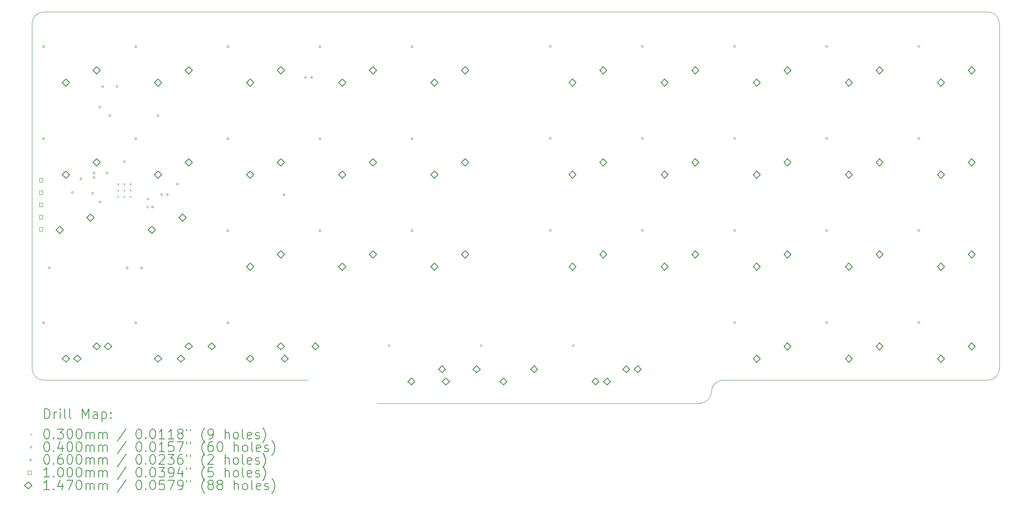
<source format=gbr>
%TF.GenerationSoftware,KiCad,Pcbnew,7.0.6*%
%TF.CreationDate,2023-12-03T11:03:46-05:00*%
%TF.ProjectId,cutiepie2040-ortho-hotswap-solder-pcb,63757469-6570-4696-9532-3034302d6f72,rev?*%
%TF.SameCoordinates,PX27bdd2cPY74f41bc*%
%TF.FileFunction,Drillmap*%
%TF.FilePolarity,Positive*%
%FSLAX45Y45*%
G04 Gerber Fmt 4.5, Leading zero omitted, Abs format (unit mm)*
G04 Created by KiCad (PCBNEW 7.0.6) date 2023-12-03 11:03:46*
%MOMM*%
%LPD*%
G01*
G04 APERTURE LIST*
%ADD10C,0.100000*%
%ADD11C,0.200000*%
%ADD12C,0.030000*%
%ADD13C,0.040000*%
%ADD14C,0.060000*%
%ADD15C,0.147000*%
G04 APERTURE END LIST*
D10*
X14287505Y476271D02*
X19764385Y476271D01*
X20002511Y7858152D02*
G75*
G03*
X19764385Y8096277I-238129J-4D01*
G01*
X20002510Y7858152D02*
X20002510Y714396D01*
X19764385Y8096277D02*
X238118Y8096277D01*
X14287505Y476271D02*
G75*
G03*
X14049380Y238146I-3J-238122D01*
G01*
X5715014Y476251D02*
X238118Y476271D01*
X-7Y7858152D02*
X-7Y714396D01*
X7143768Y0D02*
X13811285Y0D01*
X13811255Y21D02*
G75*
G03*
X14049380Y238146I-3J238128D01*
G01*
X19764385Y476271D02*
G75*
G03*
X20002510Y714396I-3J238128D01*
G01*
X-5Y714396D02*
G75*
G03*
X238118Y476271I238127J2D01*
G01*
X238118Y8096277D02*
G75*
G03*
X-7Y7858152I0J-238125D01*
G01*
D11*
D12*
X1762505Y4547824D02*
X1792505Y4517824D01*
X1792505Y4547824D02*
X1762505Y4517824D01*
X1762505Y4420324D02*
X1792505Y4390324D01*
X1792505Y4420324D02*
X1762505Y4390324D01*
X1762505Y4292824D02*
X1792505Y4262824D01*
X1792505Y4292824D02*
X1762505Y4262824D01*
X1890005Y4547824D02*
X1920005Y4517824D01*
X1920005Y4547824D02*
X1890005Y4517824D01*
X1890005Y4420324D02*
X1920005Y4390324D01*
X1920005Y4420324D02*
X1890005Y4390324D01*
X1890005Y4292824D02*
X1920005Y4262824D01*
X1920005Y4292824D02*
X1890005Y4262824D01*
X2017505Y4547824D02*
X2047505Y4517824D01*
X2047505Y4547824D02*
X2017505Y4517824D01*
X2017505Y4420324D02*
X2047505Y4390324D01*
X2047505Y4420324D02*
X2017505Y4390324D01*
X2017505Y4292824D02*
X2047505Y4262824D01*
X2047505Y4292824D02*
X2017505Y4262824D01*
D13*
X258126Y7381894D02*
G75*
G03*
X258126Y7381894I-20000J0D01*
G01*
X258126Y5476889D02*
G75*
G03*
X258126Y5476889I-20000J0D01*
G01*
X258126Y1666879D02*
G75*
G03*
X258126Y1666879I-20000J0D01*
G01*
X377188Y2797976D02*
G75*
G03*
X377188Y2797976I-20000J0D01*
G01*
X853440Y4362855D02*
G75*
G03*
X853440Y4362855I-20000J0D01*
G01*
X1032034Y4643449D02*
G75*
G03*
X1032034Y4643449I-20000J0D01*
G01*
X1270159Y4345792D02*
G75*
G03*
X1270159Y4345792I-20000J0D01*
G01*
X1299925Y4762512D02*
G75*
G03*
X1299925Y4762512I-20000J0D01*
G01*
X1299925Y4673215D02*
G75*
G03*
X1299925Y4673215I-20000J0D01*
G01*
X1418988Y6131734D02*
G75*
G03*
X1418988Y6131734I-20000J0D01*
G01*
X1418988Y4167198D02*
G75*
G03*
X1418988Y4167198I-20000J0D01*
G01*
X1478519Y6555328D02*
G75*
G03*
X1478519Y6555328I-20000J0D01*
G01*
X1567816Y4762512D02*
G75*
G03*
X1567816Y4762512I-20000J0D01*
G01*
X1627348Y5953140D02*
G75*
G03*
X1627348Y5953140I-20000J0D01*
G01*
X1776176Y6555328D02*
G75*
G03*
X1776176Y6555328I-20000J0D01*
G01*
X1925005Y5000638D02*
G75*
G03*
X1925005Y5000638I-20000J0D01*
G01*
X1984536Y2797976D02*
G75*
G03*
X1984536Y2797976I-20000J0D01*
G01*
X2163130Y7381894D02*
G75*
G03*
X2163130Y7381894I-20000J0D01*
G01*
X2163130Y5476889D02*
G75*
G03*
X2163130Y5476889I-20000J0D01*
G01*
X2163130Y1666879D02*
G75*
G03*
X2163130Y1666879I-20000J0D01*
G01*
X2282193Y2797976D02*
G75*
G03*
X2282193Y2797976I-20000J0D01*
G01*
X2412787Y4226729D02*
G75*
G03*
X2412787Y4226729I-20000J0D01*
G01*
X2412787Y4061574D02*
G75*
G03*
X2412787Y4061574I-20000J0D01*
G01*
X2508787Y4061574D02*
G75*
G03*
X2508787Y4061574I-20000J0D01*
G01*
X2623494Y5953140D02*
G75*
G03*
X2623494Y5953140I-20000J0D01*
G01*
X2698913Y4316027D02*
G75*
G03*
X2698913Y4316027I-20000J0D01*
G01*
X2817976Y4316027D02*
G75*
G03*
X2817976Y4316027I-20000J0D01*
G01*
X3026336Y4537981D02*
G75*
G03*
X3026336Y4537981I-20000J0D01*
G01*
X4068135Y7381894D02*
G75*
G03*
X4068135Y7381894I-20000J0D01*
G01*
X4068135Y5476889D02*
G75*
G03*
X4068135Y5476889I-20000J0D01*
G01*
X4068135Y3571884D02*
G75*
G03*
X4068135Y3571884I-20000J0D01*
G01*
X4068135Y1666879D02*
G75*
G03*
X4068135Y1666879I-20000J0D01*
G01*
X5228998Y4316027D02*
G75*
G03*
X5228998Y4316027I-20000J0D01*
G01*
X5973140Y7381894D02*
G75*
G03*
X5973140Y7381894I-20000J0D01*
G01*
X5973140Y5476889D02*
G75*
G03*
X5973140Y5476889I-20000J0D01*
G01*
X5973140Y3571884D02*
G75*
G03*
X5973140Y3571884I-20000J0D01*
G01*
X7401894Y1190628D02*
G75*
G03*
X7401894Y1190628I-20000J0D01*
G01*
X7878145Y7381894D02*
G75*
G03*
X7878145Y7381894I-20000J0D01*
G01*
X7878145Y5476889D02*
G75*
G03*
X7878145Y5476889I-20000J0D01*
G01*
X7878145Y3571884D02*
G75*
G03*
X7878145Y3571884I-20000J0D01*
G01*
X9306898Y1190628D02*
G75*
G03*
X9306898Y1190628I-20000J0D01*
G01*
X10735652Y7381894D02*
G75*
G03*
X10735652Y7381894I-20000J0D01*
G01*
X10735652Y5476889D02*
G75*
G03*
X10735652Y5476889I-20000J0D01*
G01*
X10735652Y3571884D02*
G75*
G03*
X10735652Y3571884I-20000J0D01*
G01*
X11211903Y1190628D02*
G75*
G03*
X11211903Y1190628I-20000J0D01*
G01*
X12640657Y7381894D02*
G75*
G03*
X12640657Y7381894I-20000J0D01*
G01*
X12640657Y5476889D02*
G75*
G03*
X12640657Y5476889I-20000J0D01*
G01*
X12640657Y3571884D02*
G75*
G03*
X12640657Y3571884I-20000J0D01*
G01*
X14545662Y7381894D02*
G75*
G03*
X14545662Y7381894I-20000J0D01*
G01*
X14545662Y5476889D02*
G75*
G03*
X14545662Y5476889I-20000J0D01*
G01*
X14545662Y3571884D02*
G75*
G03*
X14545662Y3571884I-20000J0D01*
G01*
X14545662Y1666879D02*
G75*
G03*
X14545662Y1666879I-20000J0D01*
G01*
X16450666Y7381894D02*
G75*
G03*
X16450666Y7381894I-20000J0D01*
G01*
X16450666Y5476889D02*
G75*
G03*
X16450666Y5476889I-20000J0D01*
G01*
X16450666Y3571884D02*
G75*
G03*
X16450666Y3571884I-20000J0D01*
G01*
X16450666Y1666879D02*
G75*
G03*
X16450666Y1666879I-20000J0D01*
G01*
X18355671Y7381894D02*
G75*
G03*
X18355671Y7381894I-20000J0D01*
G01*
X18355671Y5476889D02*
G75*
G03*
X18355671Y5476889I-20000J0D01*
G01*
X18355671Y3571884D02*
G75*
G03*
X18355671Y3571884I-20000J0D01*
G01*
X18355671Y1666879D02*
G75*
G03*
X18355671Y1666879I-20000J0D01*
G01*
D14*
X5650014Y6778282D02*
X5650014Y6718282D01*
X5620014Y6748282D02*
X5680014Y6748282D01*
X5777014Y6778282D02*
X5777014Y6718282D01*
X5747014Y6748282D02*
X5807014Y6748282D01*
D10*
X220349Y4580311D02*
X220349Y4651022D01*
X149638Y4651022D01*
X149638Y4580311D01*
X220349Y4580311D01*
X220349Y4326311D02*
X220349Y4397022D01*
X149638Y4397022D01*
X149638Y4326311D01*
X220349Y4326311D01*
X220349Y4072311D02*
X220349Y4143022D01*
X149638Y4143022D01*
X149638Y4072311D01*
X220349Y4072311D01*
X220349Y3818311D02*
X220349Y3889022D01*
X149638Y3889022D01*
X149638Y3818311D01*
X220349Y3818311D01*
X220349Y3564311D02*
X220349Y3635022D01*
X149638Y3635022D01*
X149638Y3564311D01*
X220349Y3564311D01*
D15*
X571494Y3514277D02*
X644994Y3587777D01*
X571494Y3661277D01*
X497994Y3587777D01*
X571494Y3514277D01*
X698494Y6562277D02*
X771994Y6635777D01*
X698494Y6709277D01*
X624994Y6635777D01*
X698494Y6562277D01*
X698494Y4657277D02*
X771994Y4730777D01*
X698494Y4804277D01*
X624994Y4730777D01*
X698494Y4657277D01*
X698494Y850234D02*
X771994Y923734D01*
X698494Y997234D01*
X624994Y923734D01*
X698494Y850234D01*
X936619Y850234D02*
X1010119Y923734D01*
X936619Y997234D01*
X863119Y923734D01*
X936619Y850234D01*
X1206494Y3768277D02*
X1279994Y3841777D01*
X1206494Y3915277D01*
X1132994Y3841777D01*
X1206494Y3768277D01*
X1333494Y6816277D02*
X1406994Y6889777D01*
X1333494Y6963277D01*
X1259994Y6889777D01*
X1333494Y6816277D01*
X1333494Y4911277D02*
X1406994Y4984777D01*
X1333494Y5058277D01*
X1259994Y4984777D01*
X1333494Y4911277D01*
X1333494Y1104234D02*
X1406994Y1177734D01*
X1333494Y1251234D01*
X1259994Y1177734D01*
X1333494Y1104234D01*
X1571619Y1104234D02*
X1645119Y1177734D01*
X1571619Y1251234D01*
X1498119Y1177734D01*
X1571619Y1104234D01*
X2476494Y3514277D02*
X2549994Y3587777D01*
X2476494Y3661277D01*
X2402994Y3587777D01*
X2476494Y3514277D01*
X2603494Y6562277D02*
X2676994Y6635777D01*
X2603494Y6709277D01*
X2529994Y6635777D01*
X2603494Y6562277D01*
X2603494Y4657277D02*
X2676994Y4730777D01*
X2603494Y4804277D01*
X2529994Y4730777D01*
X2603494Y4657277D01*
X2603495Y850234D02*
X2676995Y923734D01*
X2603495Y997234D01*
X2529995Y923734D01*
X2603495Y850234D01*
X3079746Y850234D02*
X3153246Y923734D01*
X3079746Y997234D01*
X3006246Y923734D01*
X3079746Y850234D01*
X3111494Y3768277D02*
X3184994Y3841777D01*
X3111494Y3915277D01*
X3037994Y3841777D01*
X3111494Y3768277D01*
X3238494Y6816277D02*
X3311994Y6889777D01*
X3238494Y6963277D01*
X3164994Y6889777D01*
X3238494Y6816277D01*
X3238494Y4911277D02*
X3311994Y4984777D01*
X3238494Y5058277D01*
X3164994Y4984777D01*
X3238494Y4911277D01*
X3238495Y1104234D02*
X3311995Y1177734D01*
X3238495Y1251234D01*
X3164995Y1177734D01*
X3238495Y1104234D01*
X3714746Y1104234D02*
X3788246Y1177734D01*
X3714746Y1251234D01*
X3641246Y1177734D01*
X3714746Y1104234D01*
X4508494Y6562277D02*
X4581994Y6635777D01*
X4508494Y6709277D01*
X4434994Y6635777D01*
X4508494Y6562277D01*
X4508494Y4657277D02*
X4581994Y4730777D01*
X4508494Y4804277D01*
X4434994Y4730777D01*
X4508494Y4657277D01*
X4508494Y2752277D02*
X4581994Y2825777D01*
X4508494Y2899277D01*
X4434994Y2825777D01*
X4508494Y2752277D01*
X4508497Y850234D02*
X4581997Y923734D01*
X4508497Y997234D01*
X4434997Y923734D01*
X4508497Y850234D01*
X5143494Y6816277D02*
X5216994Y6889777D01*
X5143494Y6963277D01*
X5069994Y6889777D01*
X5143494Y6816277D01*
X5143494Y4911277D02*
X5216994Y4984777D01*
X5143494Y5058277D01*
X5069994Y4984777D01*
X5143494Y4911277D01*
X5143494Y3006277D02*
X5216994Y3079777D01*
X5143494Y3153277D01*
X5069994Y3079777D01*
X5143494Y3006277D01*
X5143497Y1104234D02*
X5216997Y1177734D01*
X5143497Y1251234D01*
X5069997Y1177734D01*
X5143497Y1104234D01*
X5222873Y850234D02*
X5296373Y923734D01*
X5222873Y997234D01*
X5149373Y923734D01*
X5222873Y850234D01*
X5857873Y1104234D02*
X5931373Y1177734D01*
X5857873Y1251234D01*
X5784373Y1177734D01*
X5857873Y1104234D01*
X6413494Y6562277D02*
X6486994Y6635777D01*
X6413494Y6709277D01*
X6339994Y6635777D01*
X6413494Y6562277D01*
X6413494Y4657277D02*
X6486994Y4730777D01*
X6413494Y4804277D01*
X6339994Y4730777D01*
X6413494Y4657277D01*
X6413494Y2752277D02*
X6486994Y2825777D01*
X6413494Y2899277D01*
X6339994Y2825777D01*
X6413494Y2752277D01*
X7048494Y6816277D02*
X7121994Y6889777D01*
X7048494Y6963277D01*
X6974994Y6889777D01*
X7048494Y6816277D01*
X7048494Y4911277D02*
X7121994Y4984777D01*
X7048494Y5058277D01*
X6974994Y4984777D01*
X7048494Y4911277D01*
X7048494Y3006277D02*
X7121994Y3079777D01*
X7048494Y3153277D01*
X6974994Y3079777D01*
X7048494Y3006277D01*
X7842250Y373984D02*
X7915750Y447484D01*
X7842250Y520984D01*
X7768750Y447484D01*
X7842250Y373984D01*
X8318494Y6562277D02*
X8391994Y6635777D01*
X8318494Y6709277D01*
X8244994Y6635777D01*
X8318494Y6562277D01*
X8318494Y4657277D02*
X8391994Y4730777D01*
X8318494Y4804277D01*
X8244994Y4730777D01*
X8318494Y4657277D01*
X8318494Y2752277D02*
X8391994Y2825777D01*
X8318494Y2899277D01*
X8244994Y2825777D01*
X8318494Y2752277D01*
X8477250Y627984D02*
X8550750Y701484D01*
X8477250Y774984D01*
X8403750Y701484D01*
X8477250Y627984D01*
X8556625Y373984D02*
X8630125Y447484D01*
X8556625Y520984D01*
X8483125Y447484D01*
X8556625Y373984D01*
X8953494Y6816277D02*
X9026994Y6889777D01*
X8953494Y6963277D01*
X8879994Y6889777D01*
X8953494Y6816277D01*
X8953494Y4911277D02*
X9026994Y4984777D01*
X8953494Y5058277D01*
X8879994Y4984777D01*
X8953494Y4911277D01*
X8953494Y3006277D02*
X9026994Y3079777D01*
X8953494Y3153277D01*
X8879994Y3079777D01*
X8953494Y3006277D01*
X9191625Y627984D02*
X9265125Y701484D01*
X9191625Y774984D01*
X9118125Y701484D01*
X9191625Y627984D01*
X9747251Y373984D02*
X9820751Y447484D01*
X9747251Y520984D01*
X9673751Y447484D01*
X9747251Y373984D01*
X10382251Y627984D02*
X10455751Y701484D01*
X10382251Y774984D01*
X10308751Y701484D01*
X10382251Y627984D01*
X11175994Y6562277D02*
X11249494Y6635777D01*
X11175994Y6709277D01*
X11102494Y6635777D01*
X11175994Y6562277D01*
X11175994Y4657277D02*
X11249494Y4730777D01*
X11175994Y4804277D01*
X11102494Y4730777D01*
X11175994Y4657277D01*
X11175994Y2752277D02*
X11249494Y2825777D01*
X11175994Y2899277D01*
X11102494Y2825777D01*
X11175994Y2752277D01*
X11652253Y373984D02*
X11725753Y447484D01*
X11652253Y520984D01*
X11578753Y447484D01*
X11652253Y373984D01*
X11810994Y6816277D02*
X11884494Y6889777D01*
X11810994Y6963277D01*
X11737494Y6889777D01*
X11810994Y6816277D01*
X11810994Y4911277D02*
X11884494Y4984777D01*
X11810994Y5058277D01*
X11737494Y4984777D01*
X11810994Y4911277D01*
X11810994Y3006277D02*
X11884494Y3079777D01*
X11810994Y3153277D01*
X11737494Y3079777D01*
X11810994Y3006277D01*
X11890378Y373984D02*
X11963878Y447484D01*
X11890378Y520984D01*
X11816878Y447484D01*
X11890378Y373984D01*
X12287253Y627984D02*
X12360753Y701484D01*
X12287253Y774984D01*
X12213753Y701484D01*
X12287253Y627984D01*
X12525378Y627984D02*
X12598878Y701484D01*
X12525378Y774984D01*
X12451878Y701484D01*
X12525378Y627984D01*
X13080994Y6562277D02*
X13154494Y6635777D01*
X13080994Y6709277D01*
X13007494Y6635777D01*
X13080994Y6562277D01*
X13080994Y4657277D02*
X13154494Y4730777D01*
X13080994Y4804277D01*
X13007494Y4730777D01*
X13080994Y4657277D01*
X13080994Y2752277D02*
X13154494Y2825777D01*
X13080994Y2899277D01*
X13007494Y2825777D01*
X13080994Y2752277D01*
X13715994Y6816277D02*
X13789494Y6889777D01*
X13715994Y6963277D01*
X13642494Y6889777D01*
X13715994Y6816277D01*
X13715994Y4911277D02*
X13789494Y4984777D01*
X13715994Y5058277D01*
X13642494Y4984777D01*
X13715994Y4911277D01*
X13715994Y3006277D02*
X13789494Y3079777D01*
X13715994Y3153277D01*
X13642494Y3079777D01*
X13715994Y3006277D01*
X14985994Y6562277D02*
X15059494Y6635777D01*
X14985994Y6709277D01*
X14912494Y6635777D01*
X14985994Y6562277D01*
X14985994Y4657277D02*
X15059494Y4730777D01*
X14985994Y4804277D01*
X14912494Y4730777D01*
X14985994Y4657277D01*
X14985994Y2752277D02*
X15059494Y2825777D01*
X14985994Y2899277D01*
X14912494Y2825777D01*
X14985994Y2752277D01*
X14985994Y847277D02*
X15059494Y920777D01*
X14985994Y994277D01*
X14912494Y920777D01*
X14985994Y847277D01*
X15620994Y6816277D02*
X15694494Y6889777D01*
X15620994Y6963277D01*
X15547494Y6889777D01*
X15620994Y6816277D01*
X15620994Y4911277D02*
X15694494Y4984777D01*
X15620994Y5058277D01*
X15547494Y4984777D01*
X15620994Y4911277D01*
X15620994Y3006277D02*
X15694494Y3079777D01*
X15620994Y3153277D01*
X15547494Y3079777D01*
X15620994Y3006277D01*
X15620994Y1101277D02*
X15694494Y1174777D01*
X15620994Y1248277D01*
X15547494Y1174777D01*
X15620994Y1101277D01*
X16890994Y6562277D02*
X16964494Y6635777D01*
X16890994Y6709277D01*
X16817494Y6635777D01*
X16890994Y6562277D01*
X16890994Y4657277D02*
X16964494Y4730777D01*
X16890994Y4804277D01*
X16817494Y4730777D01*
X16890994Y4657277D01*
X16890994Y2752277D02*
X16964494Y2825777D01*
X16890994Y2899277D01*
X16817494Y2825777D01*
X16890994Y2752277D01*
X16890994Y847277D02*
X16964494Y920777D01*
X16890994Y994277D01*
X16817494Y920777D01*
X16890994Y847277D01*
X17525994Y6816277D02*
X17599494Y6889777D01*
X17525994Y6963277D01*
X17452494Y6889777D01*
X17525994Y6816277D01*
X17525994Y4911277D02*
X17599494Y4984777D01*
X17525994Y5058277D01*
X17452494Y4984777D01*
X17525994Y4911277D01*
X17525994Y3006277D02*
X17599494Y3079777D01*
X17525994Y3153277D01*
X17452494Y3079777D01*
X17525994Y3006277D01*
X17525994Y1101277D02*
X17599494Y1174777D01*
X17525994Y1248277D01*
X17452494Y1174777D01*
X17525994Y1101277D01*
X18795994Y6562277D02*
X18869494Y6635777D01*
X18795994Y6709277D01*
X18722494Y6635777D01*
X18795994Y6562277D01*
X18795994Y4657277D02*
X18869494Y4730777D01*
X18795994Y4804277D01*
X18722494Y4730777D01*
X18795994Y4657277D01*
X18795994Y2752277D02*
X18869494Y2825777D01*
X18795994Y2899277D01*
X18722494Y2825777D01*
X18795994Y2752277D01*
X18795994Y847277D02*
X18869494Y920777D01*
X18795994Y994277D01*
X18722494Y920777D01*
X18795994Y847277D01*
X19430994Y6816277D02*
X19504494Y6889777D01*
X19430994Y6963277D01*
X19357494Y6889777D01*
X19430994Y6816277D01*
X19430994Y4911277D02*
X19504494Y4984777D01*
X19430994Y5058277D01*
X19357494Y4984777D01*
X19430994Y4911277D01*
X19430994Y3006277D02*
X19504494Y3079777D01*
X19430994Y3153277D01*
X19357494Y3079777D01*
X19430994Y3006277D01*
X19430994Y1101277D02*
X19504494Y1174777D01*
X19430994Y1248277D01*
X19357494Y1174777D01*
X19430994Y1101277D01*
D11*
X255770Y-316484D02*
X255770Y-116484D01*
X255770Y-116484D02*
X303389Y-116484D01*
X303389Y-116484D02*
X331960Y-126008D01*
X331960Y-126008D02*
X351008Y-145055D01*
X351008Y-145055D02*
X360532Y-164103D01*
X360532Y-164103D02*
X370055Y-202198D01*
X370055Y-202198D02*
X370055Y-230769D01*
X370055Y-230769D02*
X360532Y-268865D01*
X360532Y-268865D02*
X351008Y-287912D01*
X351008Y-287912D02*
X331960Y-306960D01*
X331960Y-306960D02*
X303389Y-316484D01*
X303389Y-316484D02*
X255770Y-316484D01*
X455770Y-316484D02*
X455770Y-183150D01*
X455770Y-221246D02*
X465294Y-202198D01*
X465294Y-202198D02*
X474817Y-192674D01*
X474817Y-192674D02*
X493865Y-183150D01*
X493865Y-183150D02*
X512913Y-183150D01*
X579579Y-316484D02*
X579579Y-183150D01*
X579579Y-116484D02*
X570056Y-126008D01*
X570056Y-126008D02*
X579579Y-135531D01*
X579579Y-135531D02*
X589103Y-126008D01*
X589103Y-126008D02*
X579579Y-116484D01*
X579579Y-116484D02*
X579579Y-135531D01*
X703389Y-316484D02*
X684341Y-306960D01*
X684341Y-306960D02*
X674817Y-287912D01*
X674817Y-287912D02*
X674817Y-116484D01*
X808151Y-316484D02*
X789103Y-306960D01*
X789103Y-306960D02*
X779579Y-287912D01*
X779579Y-287912D02*
X779579Y-116484D01*
X1036722Y-316484D02*
X1036722Y-116484D01*
X1036722Y-116484D02*
X1103389Y-259341D01*
X1103389Y-259341D02*
X1170056Y-116484D01*
X1170056Y-116484D02*
X1170056Y-316484D01*
X1351008Y-316484D02*
X1351008Y-211722D01*
X1351008Y-211722D02*
X1341484Y-192674D01*
X1341484Y-192674D02*
X1322437Y-183150D01*
X1322437Y-183150D02*
X1284341Y-183150D01*
X1284341Y-183150D02*
X1265294Y-192674D01*
X1351008Y-306960D02*
X1331960Y-316484D01*
X1331960Y-316484D02*
X1284341Y-316484D01*
X1284341Y-316484D02*
X1265294Y-306960D01*
X1265294Y-306960D02*
X1255770Y-287912D01*
X1255770Y-287912D02*
X1255770Y-268865D01*
X1255770Y-268865D02*
X1265294Y-249817D01*
X1265294Y-249817D02*
X1284341Y-240293D01*
X1284341Y-240293D02*
X1331960Y-240293D01*
X1331960Y-240293D02*
X1351008Y-230769D01*
X1446246Y-183150D02*
X1446246Y-383150D01*
X1446246Y-192674D02*
X1465294Y-183150D01*
X1465294Y-183150D02*
X1503389Y-183150D01*
X1503389Y-183150D02*
X1522436Y-192674D01*
X1522436Y-192674D02*
X1531960Y-202198D01*
X1531960Y-202198D02*
X1541484Y-221246D01*
X1541484Y-221246D02*
X1541484Y-278389D01*
X1541484Y-278389D02*
X1531960Y-297436D01*
X1531960Y-297436D02*
X1522436Y-306960D01*
X1522436Y-306960D02*
X1503389Y-316484D01*
X1503389Y-316484D02*
X1465294Y-316484D01*
X1465294Y-316484D02*
X1446246Y-306960D01*
X1627198Y-297436D02*
X1636722Y-306960D01*
X1636722Y-306960D02*
X1627198Y-316484D01*
X1627198Y-316484D02*
X1617675Y-306960D01*
X1617675Y-306960D02*
X1627198Y-297436D01*
X1627198Y-297436D02*
X1627198Y-316484D01*
X1627198Y-192674D02*
X1636722Y-202198D01*
X1636722Y-202198D02*
X1627198Y-211722D01*
X1627198Y-211722D02*
X1617675Y-202198D01*
X1617675Y-202198D02*
X1627198Y-192674D01*
X1627198Y-192674D02*
X1627198Y-211722D01*
D12*
X-35007Y-630000D02*
X-5007Y-660000D01*
X-5007Y-630000D02*
X-35007Y-660000D01*
D11*
X293865Y-536484D02*
X312913Y-536484D01*
X312913Y-536484D02*
X331960Y-546008D01*
X331960Y-546008D02*
X341484Y-555531D01*
X341484Y-555531D02*
X351008Y-574579D01*
X351008Y-574579D02*
X360532Y-612674D01*
X360532Y-612674D02*
X360532Y-660293D01*
X360532Y-660293D02*
X351008Y-698389D01*
X351008Y-698389D02*
X341484Y-717436D01*
X341484Y-717436D02*
X331960Y-726960D01*
X331960Y-726960D02*
X312913Y-736484D01*
X312913Y-736484D02*
X293865Y-736484D01*
X293865Y-736484D02*
X274817Y-726960D01*
X274817Y-726960D02*
X265294Y-717436D01*
X265294Y-717436D02*
X255770Y-698389D01*
X255770Y-698389D02*
X246246Y-660293D01*
X246246Y-660293D02*
X246246Y-612674D01*
X246246Y-612674D02*
X255770Y-574579D01*
X255770Y-574579D02*
X265294Y-555531D01*
X265294Y-555531D02*
X274817Y-546008D01*
X274817Y-546008D02*
X293865Y-536484D01*
X446246Y-717436D02*
X455770Y-726960D01*
X455770Y-726960D02*
X446246Y-736484D01*
X446246Y-736484D02*
X436722Y-726960D01*
X436722Y-726960D02*
X446246Y-717436D01*
X446246Y-717436D02*
X446246Y-736484D01*
X522436Y-536484D02*
X646246Y-536484D01*
X646246Y-536484D02*
X579579Y-612674D01*
X579579Y-612674D02*
X608151Y-612674D01*
X608151Y-612674D02*
X627198Y-622198D01*
X627198Y-622198D02*
X636722Y-631722D01*
X636722Y-631722D02*
X646246Y-650770D01*
X646246Y-650770D02*
X646246Y-698389D01*
X646246Y-698389D02*
X636722Y-717436D01*
X636722Y-717436D02*
X627198Y-726960D01*
X627198Y-726960D02*
X608151Y-736484D01*
X608151Y-736484D02*
X551008Y-736484D01*
X551008Y-736484D02*
X531960Y-726960D01*
X531960Y-726960D02*
X522436Y-717436D01*
X770055Y-536484D02*
X789103Y-536484D01*
X789103Y-536484D02*
X808151Y-546008D01*
X808151Y-546008D02*
X817675Y-555531D01*
X817675Y-555531D02*
X827198Y-574579D01*
X827198Y-574579D02*
X836722Y-612674D01*
X836722Y-612674D02*
X836722Y-660293D01*
X836722Y-660293D02*
X827198Y-698389D01*
X827198Y-698389D02*
X817675Y-717436D01*
X817675Y-717436D02*
X808151Y-726960D01*
X808151Y-726960D02*
X789103Y-736484D01*
X789103Y-736484D02*
X770055Y-736484D01*
X770055Y-736484D02*
X751008Y-726960D01*
X751008Y-726960D02*
X741484Y-717436D01*
X741484Y-717436D02*
X731960Y-698389D01*
X731960Y-698389D02*
X722436Y-660293D01*
X722436Y-660293D02*
X722436Y-612674D01*
X722436Y-612674D02*
X731960Y-574579D01*
X731960Y-574579D02*
X741484Y-555531D01*
X741484Y-555531D02*
X751008Y-546008D01*
X751008Y-546008D02*
X770055Y-536484D01*
X960532Y-536484D02*
X979579Y-536484D01*
X979579Y-536484D02*
X998627Y-546008D01*
X998627Y-546008D02*
X1008151Y-555531D01*
X1008151Y-555531D02*
X1017675Y-574579D01*
X1017675Y-574579D02*
X1027198Y-612674D01*
X1027198Y-612674D02*
X1027198Y-660293D01*
X1027198Y-660293D02*
X1017675Y-698389D01*
X1017675Y-698389D02*
X1008151Y-717436D01*
X1008151Y-717436D02*
X998627Y-726960D01*
X998627Y-726960D02*
X979579Y-736484D01*
X979579Y-736484D02*
X960532Y-736484D01*
X960532Y-736484D02*
X941484Y-726960D01*
X941484Y-726960D02*
X931960Y-717436D01*
X931960Y-717436D02*
X922436Y-698389D01*
X922436Y-698389D02*
X912913Y-660293D01*
X912913Y-660293D02*
X912913Y-612674D01*
X912913Y-612674D02*
X922436Y-574579D01*
X922436Y-574579D02*
X931960Y-555531D01*
X931960Y-555531D02*
X941484Y-546008D01*
X941484Y-546008D02*
X960532Y-536484D01*
X1112913Y-736484D02*
X1112913Y-603150D01*
X1112913Y-622198D02*
X1122437Y-612674D01*
X1122437Y-612674D02*
X1141484Y-603150D01*
X1141484Y-603150D02*
X1170056Y-603150D01*
X1170056Y-603150D02*
X1189103Y-612674D01*
X1189103Y-612674D02*
X1198627Y-631722D01*
X1198627Y-631722D02*
X1198627Y-736484D01*
X1198627Y-631722D02*
X1208151Y-612674D01*
X1208151Y-612674D02*
X1227198Y-603150D01*
X1227198Y-603150D02*
X1255770Y-603150D01*
X1255770Y-603150D02*
X1274818Y-612674D01*
X1274818Y-612674D02*
X1284341Y-631722D01*
X1284341Y-631722D02*
X1284341Y-736484D01*
X1379579Y-736484D02*
X1379579Y-603150D01*
X1379579Y-622198D02*
X1389103Y-612674D01*
X1389103Y-612674D02*
X1408151Y-603150D01*
X1408151Y-603150D02*
X1436722Y-603150D01*
X1436722Y-603150D02*
X1455770Y-612674D01*
X1455770Y-612674D02*
X1465294Y-631722D01*
X1465294Y-631722D02*
X1465294Y-736484D01*
X1465294Y-631722D02*
X1474817Y-612674D01*
X1474817Y-612674D02*
X1493865Y-603150D01*
X1493865Y-603150D02*
X1522436Y-603150D01*
X1522436Y-603150D02*
X1541484Y-612674D01*
X1541484Y-612674D02*
X1551008Y-631722D01*
X1551008Y-631722D02*
X1551008Y-736484D01*
X1941484Y-526960D02*
X1770056Y-784103D01*
X2198627Y-536484D02*
X2217675Y-536484D01*
X2217675Y-536484D02*
X2236722Y-546008D01*
X2236722Y-546008D02*
X2246246Y-555531D01*
X2246246Y-555531D02*
X2255770Y-574579D01*
X2255770Y-574579D02*
X2265294Y-612674D01*
X2265294Y-612674D02*
X2265294Y-660293D01*
X2265294Y-660293D02*
X2255770Y-698389D01*
X2255770Y-698389D02*
X2246246Y-717436D01*
X2246246Y-717436D02*
X2236722Y-726960D01*
X2236722Y-726960D02*
X2217675Y-736484D01*
X2217675Y-736484D02*
X2198627Y-736484D01*
X2198627Y-736484D02*
X2179580Y-726960D01*
X2179580Y-726960D02*
X2170056Y-717436D01*
X2170056Y-717436D02*
X2160532Y-698389D01*
X2160532Y-698389D02*
X2151008Y-660293D01*
X2151008Y-660293D02*
X2151008Y-612674D01*
X2151008Y-612674D02*
X2160532Y-574579D01*
X2160532Y-574579D02*
X2170056Y-555531D01*
X2170056Y-555531D02*
X2179580Y-546008D01*
X2179580Y-546008D02*
X2198627Y-536484D01*
X2351008Y-717436D02*
X2360532Y-726960D01*
X2360532Y-726960D02*
X2351008Y-736484D01*
X2351008Y-736484D02*
X2341484Y-726960D01*
X2341484Y-726960D02*
X2351008Y-717436D01*
X2351008Y-717436D02*
X2351008Y-736484D01*
X2484341Y-536484D02*
X2503389Y-536484D01*
X2503389Y-536484D02*
X2522437Y-546008D01*
X2522437Y-546008D02*
X2531961Y-555531D01*
X2531961Y-555531D02*
X2541484Y-574579D01*
X2541484Y-574579D02*
X2551008Y-612674D01*
X2551008Y-612674D02*
X2551008Y-660293D01*
X2551008Y-660293D02*
X2541484Y-698389D01*
X2541484Y-698389D02*
X2531961Y-717436D01*
X2531961Y-717436D02*
X2522437Y-726960D01*
X2522437Y-726960D02*
X2503389Y-736484D01*
X2503389Y-736484D02*
X2484341Y-736484D01*
X2484341Y-736484D02*
X2465294Y-726960D01*
X2465294Y-726960D02*
X2455770Y-717436D01*
X2455770Y-717436D02*
X2446246Y-698389D01*
X2446246Y-698389D02*
X2436722Y-660293D01*
X2436722Y-660293D02*
X2436722Y-612674D01*
X2436722Y-612674D02*
X2446246Y-574579D01*
X2446246Y-574579D02*
X2455770Y-555531D01*
X2455770Y-555531D02*
X2465294Y-546008D01*
X2465294Y-546008D02*
X2484341Y-536484D01*
X2741484Y-736484D02*
X2627199Y-736484D01*
X2684341Y-736484D02*
X2684341Y-536484D01*
X2684341Y-536484D02*
X2665294Y-565055D01*
X2665294Y-565055D02*
X2646246Y-584103D01*
X2646246Y-584103D02*
X2627199Y-593627D01*
X2931960Y-736484D02*
X2817675Y-736484D01*
X2874818Y-736484D02*
X2874818Y-536484D01*
X2874818Y-536484D02*
X2855770Y-565055D01*
X2855770Y-565055D02*
X2836722Y-584103D01*
X2836722Y-584103D02*
X2817675Y-593627D01*
X3046246Y-622198D02*
X3027199Y-612674D01*
X3027199Y-612674D02*
X3017675Y-603150D01*
X3017675Y-603150D02*
X3008151Y-584103D01*
X3008151Y-584103D02*
X3008151Y-574579D01*
X3008151Y-574579D02*
X3017675Y-555531D01*
X3017675Y-555531D02*
X3027199Y-546008D01*
X3027199Y-546008D02*
X3046246Y-536484D01*
X3046246Y-536484D02*
X3084341Y-536484D01*
X3084341Y-536484D02*
X3103389Y-546008D01*
X3103389Y-546008D02*
X3112913Y-555531D01*
X3112913Y-555531D02*
X3122437Y-574579D01*
X3122437Y-574579D02*
X3122437Y-584103D01*
X3122437Y-584103D02*
X3112913Y-603150D01*
X3112913Y-603150D02*
X3103389Y-612674D01*
X3103389Y-612674D02*
X3084341Y-622198D01*
X3084341Y-622198D02*
X3046246Y-622198D01*
X3046246Y-622198D02*
X3027199Y-631722D01*
X3027199Y-631722D02*
X3017675Y-641246D01*
X3017675Y-641246D02*
X3008151Y-660293D01*
X3008151Y-660293D02*
X3008151Y-698389D01*
X3008151Y-698389D02*
X3017675Y-717436D01*
X3017675Y-717436D02*
X3027199Y-726960D01*
X3027199Y-726960D02*
X3046246Y-736484D01*
X3046246Y-736484D02*
X3084341Y-736484D01*
X3084341Y-736484D02*
X3103389Y-726960D01*
X3103389Y-726960D02*
X3112913Y-717436D01*
X3112913Y-717436D02*
X3122437Y-698389D01*
X3122437Y-698389D02*
X3122437Y-660293D01*
X3122437Y-660293D02*
X3112913Y-641246D01*
X3112913Y-641246D02*
X3103389Y-631722D01*
X3103389Y-631722D02*
X3084341Y-622198D01*
X3198627Y-536484D02*
X3198627Y-574579D01*
X3274818Y-536484D02*
X3274818Y-574579D01*
X3570056Y-812674D02*
X3560532Y-803150D01*
X3560532Y-803150D02*
X3541484Y-774579D01*
X3541484Y-774579D02*
X3531961Y-755531D01*
X3531961Y-755531D02*
X3522437Y-726960D01*
X3522437Y-726960D02*
X3512913Y-679341D01*
X3512913Y-679341D02*
X3512913Y-641246D01*
X3512913Y-641246D02*
X3522437Y-593627D01*
X3522437Y-593627D02*
X3531961Y-565055D01*
X3531961Y-565055D02*
X3541484Y-546008D01*
X3541484Y-546008D02*
X3560532Y-517436D01*
X3560532Y-517436D02*
X3570056Y-507912D01*
X3655770Y-736484D02*
X3693865Y-736484D01*
X3693865Y-736484D02*
X3712913Y-726960D01*
X3712913Y-726960D02*
X3722437Y-717436D01*
X3722437Y-717436D02*
X3741484Y-688865D01*
X3741484Y-688865D02*
X3751008Y-650770D01*
X3751008Y-650770D02*
X3751008Y-574579D01*
X3751008Y-574579D02*
X3741484Y-555531D01*
X3741484Y-555531D02*
X3731961Y-546008D01*
X3731961Y-546008D02*
X3712913Y-536484D01*
X3712913Y-536484D02*
X3674818Y-536484D01*
X3674818Y-536484D02*
X3655770Y-546008D01*
X3655770Y-546008D02*
X3646246Y-555531D01*
X3646246Y-555531D02*
X3636722Y-574579D01*
X3636722Y-574579D02*
X3636722Y-622198D01*
X3636722Y-622198D02*
X3646246Y-641246D01*
X3646246Y-641246D02*
X3655770Y-650770D01*
X3655770Y-650770D02*
X3674818Y-660293D01*
X3674818Y-660293D02*
X3712913Y-660293D01*
X3712913Y-660293D02*
X3731961Y-650770D01*
X3731961Y-650770D02*
X3741484Y-641246D01*
X3741484Y-641246D02*
X3751008Y-622198D01*
X3989103Y-736484D02*
X3989103Y-536484D01*
X4074818Y-736484D02*
X4074818Y-631722D01*
X4074818Y-631722D02*
X4065294Y-612674D01*
X4065294Y-612674D02*
X4046246Y-603150D01*
X4046246Y-603150D02*
X4017675Y-603150D01*
X4017675Y-603150D02*
X3998627Y-612674D01*
X3998627Y-612674D02*
X3989103Y-622198D01*
X4198627Y-736484D02*
X4179580Y-726960D01*
X4179580Y-726960D02*
X4170056Y-717436D01*
X4170056Y-717436D02*
X4160532Y-698389D01*
X4160532Y-698389D02*
X4160532Y-641246D01*
X4160532Y-641246D02*
X4170056Y-622198D01*
X4170056Y-622198D02*
X4179580Y-612674D01*
X4179580Y-612674D02*
X4198627Y-603150D01*
X4198627Y-603150D02*
X4227199Y-603150D01*
X4227199Y-603150D02*
X4246246Y-612674D01*
X4246246Y-612674D02*
X4255770Y-622198D01*
X4255770Y-622198D02*
X4265294Y-641246D01*
X4265294Y-641246D02*
X4265294Y-698389D01*
X4265294Y-698389D02*
X4255770Y-717436D01*
X4255770Y-717436D02*
X4246246Y-726960D01*
X4246246Y-726960D02*
X4227199Y-736484D01*
X4227199Y-736484D02*
X4198627Y-736484D01*
X4379580Y-736484D02*
X4360532Y-726960D01*
X4360532Y-726960D02*
X4351008Y-707912D01*
X4351008Y-707912D02*
X4351008Y-536484D01*
X4531961Y-726960D02*
X4512913Y-736484D01*
X4512913Y-736484D02*
X4474818Y-736484D01*
X4474818Y-736484D02*
X4455770Y-726960D01*
X4455770Y-726960D02*
X4446246Y-707912D01*
X4446246Y-707912D02*
X4446246Y-631722D01*
X4446246Y-631722D02*
X4455770Y-612674D01*
X4455770Y-612674D02*
X4474818Y-603150D01*
X4474818Y-603150D02*
X4512913Y-603150D01*
X4512913Y-603150D02*
X4531961Y-612674D01*
X4531961Y-612674D02*
X4541485Y-631722D01*
X4541485Y-631722D02*
X4541485Y-650770D01*
X4541485Y-650770D02*
X4446246Y-669817D01*
X4617675Y-726960D02*
X4636723Y-736484D01*
X4636723Y-736484D02*
X4674818Y-736484D01*
X4674818Y-736484D02*
X4693866Y-726960D01*
X4693866Y-726960D02*
X4703389Y-707912D01*
X4703389Y-707912D02*
X4703389Y-698389D01*
X4703389Y-698389D02*
X4693866Y-679341D01*
X4693866Y-679341D02*
X4674818Y-669817D01*
X4674818Y-669817D02*
X4646246Y-669817D01*
X4646246Y-669817D02*
X4627199Y-660293D01*
X4627199Y-660293D02*
X4617675Y-641246D01*
X4617675Y-641246D02*
X4617675Y-631722D01*
X4617675Y-631722D02*
X4627199Y-612674D01*
X4627199Y-612674D02*
X4646246Y-603150D01*
X4646246Y-603150D02*
X4674818Y-603150D01*
X4674818Y-603150D02*
X4693866Y-612674D01*
X4770056Y-812674D02*
X4779580Y-803150D01*
X4779580Y-803150D02*
X4798627Y-774579D01*
X4798627Y-774579D02*
X4808151Y-755531D01*
X4808151Y-755531D02*
X4817675Y-726960D01*
X4817675Y-726960D02*
X4827199Y-679341D01*
X4827199Y-679341D02*
X4827199Y-641246D01*
X4827199Y-641246D02*
X4817675Y-593627D01*
X4817675Y-593627D02*
X4808151Y-565055D01*
X4808151Y-565055D02*
X4798627Y-546008D01*
X4798627Y-546008D02*
X4779580Y-517436D01*
X4779580Y-517436D02*
X4770056Y-507912D01*
D13*
X-5007Y-909000D02*
G75*
G03*
X-5007Y-909000I-20000J0D01*
G01*
D11*
X293865Y-800484D02*
X312913Y-800484D01*
X312913Y-800484D02*
X331960Y-810008D01*
X331960Y-810008D02*
X341484Y-819531D01*
X341484Y-819531D02*
X351008Y-838579D01*
X351008Y-838579D02*
X360532Y-876674D01*
X360532Y-876674D02*
X360532Y-924293D01*
X360532Y-924293D02*
X351008Y-962388D01*
X351008Y-962388D02*
X341484Y-981436D01*
X341484Y-981436D02*
X331960Y-990960D01*
X331960Y-990960D02*
X312913Y-1000484D01*
X312913Y-1000484D02*
X293865Y-1000484D01*
X293865Y-1000484D02*
X274817Y-990960D01*
X274817Y-990960D02*
X265294Y-981436D01*
X265294Y-981436D02*
X255770Y-962388D01*
X255770Y-962388D02*
X246246Y-924293D01*
X246246Y-924293D02*
X246246Y-876674D01*
X246246Y-876674D02*
X255770Y-838579D01*
X255770Y-838579D02*
X265294Y-819531D01*
X265294Y-819531D02*
X274817Y-810008D01*
X274817Y-810008D02*
X293865Y-800484D01*
X446246Y-981436D02*
X455770Y-990960D01*
X455770Y-990960D02*
X446246Y-1000484D01*
X446246Y-1000484D02*
X436722Y-990960D01*
X436722Y-990960D02*
X446246Y-981436D01*
X446246Y-981436D02*
X446246Y-1000484D01*
X627198Y-867150D02*
X627198Y-1000484D01*
X579579Y-790960D02*
X531960Y-933817D01*
X531960Y-933817D02*
X655770Y-933817D01*
X770055Y-800484D02*
X789103Y-800484D01*
X789103Y-800484D02*
X808151Y-810008D01*
X808151Y-810008D02*
X817675Y-819531D01*
X817675Y-819531D02*
X827198Y-838579D01*
X827198Y-838579D02*
X836722Y-876674D01*
X836722Y-876674D02*
X836722Y-924293D01*
X836722Y-924293D02*
X827198Y-962388D01*
X827198Y-962388D02*
X817675Y-981436D01*
X817675Y-981436D02*
X808151Y-990960D01*
X808151Y-990960D02*
X789103Y-1000484D01*
X789103Y-1000484D02*
X770055Y-1000484D01*
X770055Y-1000484D02*
X751008Y-990960D01*
X751008Y-990960D02*
X741484Y-981436D01*
X741484Y-981436D02*
X731960Y-962388D01*
X731960Y-962388D02*
X722436Y-924293D01*
X722436Y-924293D02*
X722436Y-876674D01*
X722436Y-876674D02*
X731960Y-838579D01*
X731960Y-838579D02*
X741484Y-819531D01*
X741484Y-819531D02*
X751008Y-810008D01*
X751008Y-810008D02*
X770055Y-800484D01*
X960532Y-800484D02*
X979579Y-800484D01*
X979579Y-800484D02*
X998627Y-810008D01*
X998627Y-810008D02*
X1008151Y-819531D01*
X1008151Y-819531D02*
X1017675Y-838579D01*
X1017675Y-838579D02*
X1027198Y-876674D01*
X1027198Y-876674D02*
X1027198Y-924293D01*
X1027198Y-924293D02*
X1017675Y-962388D01*
X1017675Y-962388D02*
X1008151Y-981436D01*
X1008151Y-981436D02*
X998627Y-990960D01*
X998627Y-990960D02*
X979579Y-1000484D01*
X979579Y-1000484D02*
X960532Y-1000484D01*
X960532Y-1000484D02*
X941484Y-990960D01*
X941484Y-990960D02*
X931960Y-981436D01*
X931960Y-981436D02*
X922436Y-962388D01*
X922436Y-962388D02*
X912913Y-924293D01*
X912913Y-924293D02*
X912913Y-876674D01*
X912913Y-876674D02*
X922436Y-838579D01*
X922436Y-838579D02*
X931960Y-819531D01*
X931960Y-819531D02*
X941484Y-810008D01*
X941484Y-810008D02*
X960532Y-800484D01*
X1112913Y-1000484D02*
X1112913Y-867150D01*
X1112913Y-886198D02*
X1122437Y-876674D01*
X1122437Y-876674D02*
X1141484Y-867150D01*
X1141484Y-867150D02*
X1170056Y-867150D01*
X1170056Y-867150D02*
X1189103Y-876674D01*
X1189103Y-876674D02*
X1198627Y-895722D01*
X1198627Y-895722D02*
X1198627Y-1000484D01*
X1198627Y-895722D02*
X1208151Y-876674D01*
X1208151Y-876674D02*
X1227198Y-867150D01*
X1227198Y-867150D02*
X1255770Y-867150D01*
X1255770Y-867150D02*
X1274818Y-876674D01*
X1274818Y-876674D02*
X1284341Y-895722D01*
X1284341Y-895722D02*
X1284341Y-1000484D01*
X1379579Y-1000484D02*
X1379579Y-867150D01*
X1379579Y-886198D02*
X1389103Y-876674D01*
X1389103Y-876674D02*
X1408151Y-867150D01*
X1408151Y-867150D02*
X1436722Y-867150D01*
X1436722Y-867150D02*
X1455770Y-876674D01*
X1455770Y-876674D02*
X1465294Y-895722D01*
X1465294Y-895722D02*
X1465294Y-1000484D01*
X1465294Y-895722D02*
X1474817Y-876674D01*
X1474817Y-876674D02*
X1493865Y-867150D01*
X1493865Y-867150D02*
X1522436Y-867150D01*
X1522436Y-867150D02*
X1541484Y-876674D01*
X1541484Y-876674D02*
X1551008Y-895722D01*
X1551008Y-895722D02*
X1551008Y-1000484D01*
X1941484Y-790960D02*
X1770056Y-1048103D01*
X2198627Y-800484D02*
X2217675Y-800484D01*
X2217675Y-800484D02*
X2236722Y-810008D01*
X2236722Y-810008D02*
X2246246Y-819531D01*
X2246246Y-819531D02*
X2255770Y-838579D01*
X2255770Y-838579D02*
X2265294Y-876674D01*
X2265294Y-876674D02*
X2265294Y-924293D01*
X2265294Y-924293D02*
X2255770Y-962388D01*
X2255770Y-962388D02*
X2246246Y-981436D01*
X2246246Y-981436D02*
X2236722Y-990960D01*
X2236722Y-990960D02*
X2217675Y-1000484D01*
X2217675Y-1000484D02*
X2198627Y-1000484D01*
X2198627Y-1000484D02*
X2179580Y-990960D01*
X2179580Y-990960D02*
X2170056Y-981436D01*
X2170056Y-981436D02*
X2160532Y-962388D01*
X2160532Y-962388D02*
X2151008Y-924293D01*
X2151008Y-924293D02*
X2151008Y-876674D01*
X2151008Y-876674D02*
X2160532Y-838579D01*
X2160532Y-838579D02*
X2170056Y-819531D01*
X2170056Y-819531D02*
X2179580Y-810008D01*
X2179580Y-810008D02*
X2198627Y-800484D01*
X2351008Y-981436D02*
X2360532Y-990960D01*
X2360532Y-990960D02*
X2351008Y-1000484D01*
X2351008Y-1000484D02*
X2341484Y-990960D01*
X2341484Y-990960D02*
X2351008Y-981436D01*
X2351008Y-981436D02*
X2351008Y-1000484D01*
X2484341Y-800484D02*
X2503389Y-800484D01*
X2503389Y-800484D02*
X2522437Y-810008D01*
X2522437Y-810008D02*
X2531961Y-819531D01*
X2531961Y-819531D02*
X2541484Y-838579D01*
X2541484Y-838579D02*
X2551008Y-876674D01*
X2551008Y-876674D02*
X2551008Y-924293D01*
X2551008Y-924293D02*
X2541484Y-962388D01*
X2541484Y-962388D02*
X2531961Y-981436D01*
X2531961Y-981436D02*
X2522437Y-990960D01*
X2522437Y-990960D02*
X2503389Y-1000484D01*
X2503389Y-1000484D02*
X2484341Y-1000484D01*
X2484341Y-1000484D02*
X2465294Y-990960D01*
X2465294Y-990960D02*
X2455770Y-981436D01*
X2455770Y-981436D02*
X2446246Y-962388D01*
X2446246Y-962388D02*
X2436722Y-924293D01*
X2436722Y-924293D02*
X2436722Y-876674D01*
X2436722Y-876674D02*
X2446246Y-838579D01*
X2446246Y-838579D02*
X2455770Y-819531D01*
X2455770Y-819531D02*
X2465294Y-810008D01*
X2465294Y-810008D02*
X2484341Y-800484D01*
X2741484Y-1000484D02*
X2627199Y-1000484D01*
X2684341Y-1000484D02*
X2684341Y-800484D01*
X2684341Y-800484D02*
X2665294Y-829055D01*
X2665294Y-829055D02*
X2646246Y-848103D01*
X2646246Y-848103D02*
X2627199Y-857627D01*
X2922437Y-800484D02*
X2827199Y-800484D01*
X2827199Y-800484D02*
X2817675Y-895722D01*
X2817675Y-895722D02*
X2827199Y-886198D01*
X2827199Y-886198D02*
X2846246Y-876674D01*
X2846246Y-876674D02*
X2893865Y-876674D01*
X2893865Y-876674D02*
X2912913Y-886198D01*
X2912913Y-886198D02*
X2922437Y-895722D01*
X2922437Y-895722D02*
X2931960Y-914769D01*
X2931960Y-914769D02*
X2931960Y-962388D01*
X2931960Y-962388D02*
X2922437Y-981436D01*
X2922437Y-981436D02*
X2912913Y-990960D01*
X2912913Y-990960D02*
X2893865Y-1000484D01*
X2893865Y-1000484D02*
X2846246Y-1000484D01*
X2846246Y-1000484D02*
X2827199Y-990960D01*
X2827199Y-990960D02*
X2817675Y-981436D01*
X2998627Y-800484D02*
X3131960Y-800484D01*
X3131960Y-800484D02*
X3046246Y-1000484D01*
X3198627Y-800484D02*
X3198627Y-838579D01*
X3274818Y-800484D02*
X3274818Y-838579D01*
X3570056Y-1076674D02*
X3560532Y-1067150D01*
X3560532Y-1067150D02*
X3541484Y-1038579D01*
X3541484Y-1038579D02*
X3531961Y-1019531D01*
X3531961Y-1019531D02*
X3522437Y-990960D01*
X3522437Y-990960D02*
X3512913Y-943341D01*
X3512913Y-943341D02*
X3512913Y-905246D01*
X3512913Y-905246D02*
X3522437Y-857627D01*
X3522437Y-857627D02*
X3531961Y-829055D01*
X3531961Y-829055D02*
X3541484Y-810008D01*
X3541484Y-810008D02*
X3560532Y-781436D01*
X3560532Y-781436D02*
X3570056Y-771912D01*
X3731961Y-800484D02*
X3693865Y-800484D01*
X3693865Y-800484D02*
X3674818Y-810008D01*
X3674818Y-810008D02*
X3665294Y-819531D01*
X3665294Y-819531D02*
X3646246Y-848103D01*
X3646246Y-848103D02*
X3636722Y-886198D01*
X3636722Y-886198D02*
X3636722Y-962388D01*
X3636722Y-962388D02*
X3646246Y-981436D01*
X3646246Y-981436D02*
X3655770Y-990960D01*
X3655770Y-990960D02*
X3674818Y-1000484D01*
X3674818Y-1000484D02*
X3712913Y-1000484D01*
X3712913Y-1000484D02*
X3731961Y-990960D01*
X3731961Y-990960D02*
X3741484Y-981436D01*
X3741484Y-981436D02*
X3751008Y-962388D01*
X3751008Y-962388D02*
X3751008Y-914769D01*
X3751008Y-914769D02*
X3741484Y-895722D01*
X3741484Y-895722D02*
X3731961Y-886198D01*
X3731961Y-886198D02*
X3712913Y-876674D01*
X3712913Y-876674D02*
X3674818Y-876674D01*
X3674818Y-876674D02*
X3655770Y-886198D01*
X3655770Y-886198D02*
X3646246Y-895722D01*
X3646246Y-895722D02*
X3636722Y-914769D01*
X3874818Y-800484D02*
X3893865Y-800484D01*
X3893865Y-800484D02*
X3912913Y-810008D01*
X3912913Y-810008D02*
X3922437Y-819531D01*
X3922437Y-819531D02*
X3931961Y-838579D01*
X3931961Y-838579D02*
X3941484Y-876674D01*
X3941484Y-876674D02*
X3941484Y-924293D01*
X3941484Y-924293D02*
X3931961Y-962388D01*
X3931961Y-962388D02*
X3922437Y-981436D01*
X3922437Y-981436D02*
X3912913Y-990960D01*
X3912913Y-990960D02*
X3893865Y-1000484D01*
X3893865Y-1000484D02*
X3874818Y-1000484D01*
X3874818Y-1000484D02*
X3855770Y-990960D01*
X3855770Y-990960D02*
X3846246Y-981436D01*
X3846246Y-981436D02*
X3836722Y-962388D01*
X3836722Y-962388D02*
X3827199Y-924293D01*
X3827199Y-924293D02*
X3827199Y-876674D01*
X3827199Y-876674D02*
X3836722Y-838579D01*
X3836722Y-838579D02*
X3846246Y-819531D01*
X3846246Y-819531D02*
X3855770Y-810008D01*
X3855770Y-810008D02*
X3874818Y-800484D01*
X4179580Y-1000484D02*
X4179580Y-800484D01*
X4265294Y-1000484D02*
X4265294Y-895722D01*
X4265294Y-895722D02*
X4255770Y-876674D01*
X4255770Y-876674D02*
X4236723Y-867150D01*
X4236723Y-867150D02*
X4208151Y-867150D01*
X4208151Y-867150D02*
X4189103Y-876674D01*
X4189103Y-876674D02*
X4179580Y-886198D01*
X4389104Y-1000484D02*
X4370056Y-990960D01*
X4370056Y-990960D02*
X4360532Y-981436D01*
X4360532Y-981436D02*
X4351008Y-962388D01*
X4351008Y-962388D02*
X4351008Y-905246D01*
X4351008Y-905246D02*
X4360532Y-886198D01*
X4360532Y-886198D02*
X4370056Y-876674D01*
X4370056Y-876674D02*
X4389104Y-867150D01*
X4389104Y-867150D02*
X4417675Y-867150D01*
X4417675Y-867150D02*
X4436723Y-876674D01*
X4436723Y-876674D02*
X4446246Y-886198D01*
X4446246Y-886198D02*
X4455770Y-905246D01*
X4455770Y-905246D02*
X4455770Y-962388D01*
X4455770Y-962388D02*
X4446246Y-981436D01*
X4446246Y-981436D02*
X4436723Y-990960D01*
X4436723Y-990960D02*
X4417675Y-1000484D01*
X4417675Y-1000484D02*
X4389104Y-1000484D01*
X4570056Y-1000484D02*
X4551008Y-990960D01*
X4551008Y-990960D02*
X4541485Y-971912D01*
X4541485Y-971912D02*
X4541485Y-800484D01*
X4722437Y-990960D02*
X4703389Y-1000484D01*
X4703389Y-1000484D02*
X4665294Y-1000484D01*
X4665294Y-1000484D02*
X4646246Y-990960D01*
X4646246Y-990960D02*
X4636723Y-971912D01*
X4636723Y-971912D02*
X4636723Y-895722D01*
X4636723Y-895722D02*
X4646246Y-876674D01*
X4646246Y-876674D02*
X4665294Y-867150D01*
X4665294Y-867150D02*
X4703389Y-867150D01*
X4703389Y-867150D02*
X4722437Y-876674D01*
X4722437Y-876674D02*
X4731961Y-895722D01*
X4731961Y-895722D02*
X4731961Y-914769D01*
X4731961Y-914769D02*
X4636723Y-933817D01*
X4808151Y-990960D02*
X4827199Y-1000484D01*
X4827199Y-1000484D02*
X4865294Y-1000484D01*
X4865294Y-1000484D02*
X4884342Y-990960D01*
X4884342Y-990960D02*
X4893866Y-971912D01*
X4893866Y-971912D02*
X4893866Y-962388D01*
X4893866Y-962388D02*
X4884342Y-943341D01*
X4884342Y-943341D02*
X4865294Y-933817D01*
X4865294Y-933817D02*
X4836723Y-933817D01*
X4836723Y-933817D02*
X4817675Y-924293D01*
X4817675Y-924293D02*
X4808151Y-905246D01*
X4808151Y-905246D02*
X4808151Y-895722D01*
X4808151Y-895722D02*
X4817675Y-876674D01*
X4817675Y-876674D02*
X4836723Y-867150D01*
X4836723Y-867150D02*
X4865294Y-867150D01*
X4865294Y-867150D02*
X4884342Y-876674D01*
X4960532Y-1076674D02*
X4970056Y-1067150D01*
X4970056Y-1067150D02*
X4989104Y-1038579D01*
X4989104Y-1038579D02*
X4998627Y-1019531D01*
X4998627Y-1019531D02*
X5008151Y-990960D01*
X5008151Y-990960D02*
X5017675Y-943341D01*
X5017675Y-943341D02*
X5017675Y-905246D01*
X5017675Y-905246D02*
X5008151Y-857627D01*
X5008151Y-857627D02*
X4998627Y-829055D01*
X4998627Y-829055D02*
X4989104Y-810008D01*
X4989104Y-810008D02*
X4970056Y-781436D01*
X4970056Y-781436D02*
X4960532Y-771912D01*
D14*
X-35007Y-1143000D02*
X-35007Y-1203000D01*
X-65007Y-1173000D02*
X-5007Y-1173000D01*
D11*
X293865Y-1064484D02*
X312913Y-1064484D01*
X312913Y-1064484D02*
X331960Y-1074008D01*
X331960Y-1074008D02*
X341484Y-1083531D01*
X341484Y-1083531D02*
X351008Y-1102579D01*
X351008Y-1102579D02*
X360532Y-1140674D01*
X360532Y-1140674D02*
X360532Y-1188293D01*
X360532Y-1188293D02*
X351008Y-1226389D01*
X351008Y-1226389D02*
X341484Y-1245436D01*
X341484Y-1245436D02*
X331960Y-1254960D01*
X331960Y-1254960D02*
X312913Y-1264484D01*
X312913Y-1264484D02*
X293865Y-1264484D01*
X293865Y-1264484D02*
X274817Y-1254960D01*
X274817Y-1254960D02*
X265294Y-1245436D01*
X265294Y-1245436D02*
X255770Y-1226389D01*
X255770Y-1226389D02*
X246246Y-1188293D01*
X246246Y-1188293D02*
X246246Y-1140674D01*
X246246Y-1140674D02*
X255770Y-1102579D01*
X255770Y-1102579D02*
X265294Y-1083531D01*
X265294Y-1083531D02*
X274817Y-1074008D01*
X274817Y-1074008D02*
X293865Y-1064484D01*
X446246Y-1245436D02*
X455770Y-1254960D01*
X455770Y-1254960D02*
X446246Y-1264484D01*
X446246Y-1264484D02*
X436722Y-1254960D01*
X436722Y-1254960D02*
X446246Y-1245436D01*
X446246Y-1245436D02*
X446246Y-1264484D01*
X627198Y-1064484D02*
X589103Y-1064484D01*
X589103Y-1064484D02*
X570056Y-1074008D01*
X570056Y-1074008D02*
X560532Y-1083531D01*
X560532Y-1083531D02*
X541484Y-1112103D01*
X541484Y-1112103D02*
X531960Y-1150198D01*
X531960Y-1150198D02*
X531960Y-1226389D01*
X531960Y-1226389D02*
X541484Y-1245436D01*
X541484Y-1245436D02*
X551008Y-1254960D01*
X551008Y-1254960D02*
X570056Y-1264484D01*
X570056Y-1264484D02*
X608151Y-1264484D01*
X608151Y-1264484D02*
X627198Y-1254960D01*
X627198Y-1254960D02*
X636722Y-1245436D01*
X636722Y-1245436D02*
X646246Y-1226389D01*
X646246Y-1226389D02*
X646246Y-1178770D01*
X646246Y-1178770D02*
X636722Y-1159722D01*
X636722Y-1159722D02*
X627198Y-1150198D01*
X627198Y-1150198D02*
X608151Y-1140674D01*
X608151Y-1140674D02*
X570056Y-1140674D01*
X570056Y-1140674D02*
X551008Y-1150198D01*
X551008Y-1150198D02*
X541484Y-1159722D01*
X541484Y-1159722D02*
X531960Y-1178770D01*
X770055Y-1064484D02*
X789103Y-1064484D01*
X789103Y-1064484D02*
X808151Y-1074008D01*
X808151Y-1074008D02*
X817675Y-1083531D01*
X817675Y-1083531D02*
X827198Y-1102579D01*
X827198Y-1102579D02*
X836722Y-1140674D01*
X836722Y-1140674D02*
X836722Y-1188293D01*
X836722Y-1188293D02*
X827198Y-1226389D01*
X827198Y-1226389D02*
X817675Y-1245436D01*
X817675Y-1245436D02*
X808151Y-1254960D01*
X808151Y-1254960D02*
X789103Y-1264484D01*
X789103Y-1264484D02*
X770055Y-1264484D01*
X770055Y-1264484D02*
X751008Y-1254960D01*
X751008Y-1254960D02*
X741484Y-1245436D01*
X741484Y-1245436D02*
X731960Y-1226389D01*
X731960Y-1226389D02*
X722436Y-1188293D01*
X722436Y-1188293D02*
X722436Y-1140674D01*
X722436Y-1140674D02*
X731960Y-1102579D01*
X731960Y-1102579D02*
X741484Y-1083531D01*
X741484Y-1083531D02*
X751008Y-1074008D01*
X751008Y-1074008D02*
X770055Y-1064484D01*
X960532Y-1064484D02*
X979579Y-1064484D01*
X979579Y-1064484D02*
X998627Y-1074008D01*
X998627Y-1074008D02*
X1008151Y-1083531D01*
X1008151Y-1083531D02*
X1017675Y-1102579D01*
X1017675Y-1102579D02*
X1027198Y-1140674D01*
X1027198Y-1140674D02*
X1027198Y-1188293D01*
X1027198Y-1188293D02*
X1017675Y-1226389D01*
X1017675Y-1226389D02*
X1008151Y-1245436D01*
X1008151Y-1245436D02*
X998627Y-1254960D01*
X998627Y-1254960D02*
X979579Y-1264484D01*
X979579Y-1264484D02*
X960532Y-1264484D01*
X960532Y-1264484D02*
X941484Y-1254960D01*
X941484Y-1254960D02*
X931960Y-1245436D01*
X931960Y-1245436D02*
X922436Y-1226389D01*
X922436Y-1226389D02*
X912913Y-1188293D01*
X912913Y-1188293D02*
X912913Y-1140674D01*
X912913Y-1140674D02*
X922436Y-1102579D01*
X922436Y-1102579D02*
X931960Y-1083531D01*
X931960Y-1083531D02*
X941484Y-1074008D01*
X941484Y-1074008D02*
X960532Y-1064484D01*
X1112913Y-1264484D02*
X1112913Y-1131150D01*
X1112913Y-1150198D02*
X1122437Y-1140674D01*
X1122437Y-1140674D02*
X1141484Y-1131150D01*
X1141484Y-1131150D02*
X1170056Y-1131150D01*
X1170056Y-1131150D02*
X1189103Y-1140674D01*
X1189103Y-1140674D02*
X1198627Y-1159722D01*
X1198627Y-1159722D02*
X1198627Y-1264484D01*
X1198627Y-1159722D02*
X1208151Y-1140674D01*
X1208151Y-1140674D02*
X1227198Y-1131150D01*
X1227198Y-1131150D02*
X1255770Y-1131150D01*
X1255770Y-1131150D02*
X1274818Y-1140674D01*
X1274818Y-1140674D02*
X1284341Y-1159722D01*
X1284341Y-1159722D02*
X1284341Y-1264484D01*
X1379579Y-1264484D02*
X1379579Y-1131150D01*
X1379579Y-1150198D02*
X1389103Y-1140674D01*
X1389103Y-1140674D02*
X1408151Y-1131150D01*
X1408151Y-1131150D02*
X1436722Y-1131150D01*
X1436722Y-1131150D02*
X1455770Y-1140674D01*
X1455770Y-1140674D02*
X1465294Y-1159722D01*
X1465294Y-1159722D02*
X1465294Y-1264484D01*
X1465294Y-1159722D02*
X1474817Y-1140674D01*
X1474817Y-1140674D02*
X1493865Y-1131150D01*
X1493865Y-1131150D02*
X1522436Y-1131150D01*
X1522436Y-1131150D02*
X1541484Y-1140674D01*
X1541484Y-1140674D02*
X1551008Y-1159722D01*
X1551008Y-1159722D02*
X1551008Y-1264484D01*
X1941484Y-1054960D02*
X1770056Y-1312103D01*
X2198627Y-1064484D02*
X2217675Y-1064484D01*
X2217675Y-1064484D02*
X2236722Y-1074008D01*
X2236722Y-1074008D02*
X2246246Y-1083531D01*
X2246246Y-1083531D02*
X2255770Y-1102579D01*
X2255770Y-1102579D02*
X2265294Y-1140674D01*
X2265294Y-1140674D02*
X2265294Y-1188293D01*
X2265294Y-1188293D02*
X2255770Y-1226389D01*
X2255770Y-1226389D02*
X2246246Y-1245436D01*
X2246246Y-1245436D02*
X2236722Y-1254960D01*
X2236722Y-1254960D02*
X2217675Y-1264484D01*
X2217675Y-1264484D02*
X2198627Y-1264484D01*
X2198627Y-1264484D02*
X2179580Y-1254960D01*
X2179580Y-1254960D02*
X2170056Y-1245436D01*
X2170056Y-1245436D02*
X2160532Y-1226389D01*
X2160532Y-1226389D02*
X2151008Y-1188293D01*
X2151008Y-1188293D02*
X2151008Y-1140674D01*
X2151008Y-1140674D02*
X2160532Y-1102579D01*
X2160532Y-1102579D02*
X2170056Y-1083531D01*
X2170056Y-1083531D02*
X2179580Y-1074008D01*
X2179580Y-1074008D02*
X2198627Y-1064484D01*
X2351008Y-1245436D02*
X2360532Y-1254960D01*
X2360532Y-1254960D02*
X2351008Y-1264484D01*
X2351008Y-1264484D02*
X2341484Y-1254960D01*
X2341484Y-1254960D02*
X2351008Y-1245436D01*
X2351008Y-1245436D02*
X2351008Y-1264484D01*
X2484341Y-1064484D02*
X2503389Y-1064484D01*
X2503389Y-1064484D02*
X2522437Y-1074008D01*
X2522437Y-1074008D02*
X2531961Y-1083531D01*
X2531961Y-1083531D02*
X2541484Y-1102579D01*
X2541484Y-1102579D02*
X2551008Y-1140674D01*
X2551008Y-1140674D02*
X2551008Y-1188293D01*
X2551008Y-1188293D02*
X2541484Y-1226389D01*
X2541484Y-1226389D02*
X2531961Y-1245436D01*
X2531961Y-1245436D02*
X2522437Y-1254960D01*
X2522437Y-1254960D02*
X2503389Y-1264484D01*
X2503389Y-1264484D02*
X2484341Y-1264484D01*
X2484341Y-1264484D02*
X2465294Y-1254960D01*
X2465294Y-1254960D02*
X2455770Y-1245436D01*
X2455770Y-1245436D02*
X2446246Y-1226389D01*
X2446246Y-1226389D02*
X2436722Y-1188293D01*
X2436722Y-1188293D02*
X2436722Y-1140674D01*
X2436722Y-1140674D02*
X2446246Y-1102579D01*
X2446246Y-1102579D02*
X2455770Y-1083531D01*
X2455770Y-1083531D02*
X2465294Y-1074008D01*
X2465294Y-1074008D02*
X2484341Y-1064484D01*
X2627199Y-1083531D02*
X2636722Y-1074008D01*
X2636722Y-1074008D02*
X2655770Y-1064484D01*
X2655770Y-1064484D02*
X2703389Y-1064484D01*
X2703389Y-1064484D02*
X2722437Y-1074008D01*
X2722437Y-1074008D02*
X2731961Y-1083531D01*
X2731961Y-1083531D02*
X2741484Y-1102579D01*
X2741484Y-1102579D02*
X2741484Y-1121627D01*
X2741484Y-1121627D02*
X2731961Y-1150198D01*
X2731961Y-1150198D02*
X2617675Y-1264484D01*
X2617675Y-1264484D02*
X2741484Y-1264484D01*
X2808151Y-1064484D02*
X2931960Y-1064484D01*
X2931960Y-1064484D02*
X2865294Y-1140674D01*
X2865294Y-1140674D02*
X2893865Y-1140674D01*
X2893865Y-1140674D02*
X2912913Y-1150198D01*
X2912913Y-1150198D02*
X2922437Y-1159722D01*
X2922437Y-1159722D02*
X2931960Y-1178770D01*
X2931960Y-1178770D02*
X2931960Y-1226389D01*
X2931960Y-1226389D02*
X2922437Y-1245436D01*
X2922437Y-1245436D02*
X2912913Y-1254960D01*
X2912913Y-1254960D02*
X2893865Y-1264484D01*
X2893865Y-1264484D02*
X2836722Y-1264484D01*
X2836722Y-1264484D02*
X2817675Y-1254960D01*
X2817675Y-1254960D02*
X2808151Y-1245436D01*
X3103389Y-1064484D02*
X3065294Y-1064484D01*
X3065294Y-1064484D02*
X3046246Y-1074008D01*
X3046246Y-1074008D02*
X3036722Y-1083531D01*
X3036722Y-1083531D02*
X3017675Y-1112103D01*
X3017675Y-1112103D02*
X3008151Y-1150198D01*
X3008151Y-1150198D02*
X3008151Y-1226389D01*
X3008151Y-1226389D02*
X3017675Y-1245436D01*
X3017675Y-1245436D02*
X3027199Y-1254960D01*
X3027199Y-1254960D02*
X3046246Y-1264484D01*
X3046246Y-1264484D02*
X3084341Y-1264484D01*
X3084341Y-1264484D02*
X3103389Y-1254960D01*
X3103389Y-1254960D02*
X3112913Y-1245436D01*
X3112913Y-1245436D02*
X3122437Y-1226389D01*
X3122437Y-1226389D02*
X3122437Y-1178770D01*
X3122437Y-1178770D02*
X3112913Y-1159722D01*
X3112913Y-1159722D02*
X3103389Y-1150198D01*
X3103389Y-1150198D02*
X3084341Y-1140674D01*
X3084341Y-1140674D02*
X3046246Y-1140674D01*
X3046246Y-1140674D02*
X3027199Y-1150198D01*
X3027199Y-1150198D02*
X3017675Y-1159722D01*
X3017675Y-1159722D02*
X3008151Y-1178770D01*
X3198627Y-1064484D02*
X3198627Y-1102579D01*
X3274818Y-1064484D02*
X3274818Y-1102579D01*
X3570056Y-1340674D02*
X3560532Y-1331150D01*
X3560532Y-1331150D02*
X3541484Y-1302579D01*
X3541484Y-1302579D02*
X3531961Y-1283531D01*
X3531961Y-1283531D02*
X3522437Y-1254960D01*
X3522437Y-1254960D02*
X3512913Y-1207341D01*
X3512913Y-1207341D02*
X3512913Y-1169246D01*
X3512913Y-1169246D02*
X3522437Y-1121627D01*
X3522437Y-1121627D02*
X3531961Y-1093055D01*
X3531961Y-1093055D02*
X3541484Y-1074008D01*
X3541484Y-1074008D02*
X3560532Y-1045436D01*
X3560532Y-1045436D02*
X3570056Y-1035912D01*
X3636722Y-1083531D02*
X3646246Y-1074008D01*
X3646246Y-1074008D02*
X3665294Y-1064484D01*
X3665294Y-1064484D02*
X3712913Y-1064484D01*
X3712913Y-1064484D02*
X3731961Y-1074008D01*
X3731961Y-1074008D02*
X3741484Y-1083531D01*
X3741484Y-1083531D02*
X3751008Y-1102579D01*
X3751008Y-1102579D02*
X3751008Y-1121627D01*
X3751008Y-1121627D02*
X3741484Y-1150198D01*
X3741484Y-1150198D02*
X3627199Y-1264484D01*
X3627199Y-1264484D02*
X3751008Y-1264484D01*
X3989103Y-1264484D02*
X3989103Y-1064484D01*
X4074818Y-1264484D02*
X4074818Y-1159722D01*
X4074818Y-1159722D02*
X4065294Y-1140674D01*
X4065294Y-1140674D02*
X4046246Y-1131150D01*
X4046246Y-1131150D02*
X4017675Y-1131150D01*
X4017675Y-1131150D02*
X3998627Y-1140674D01*
X3998627Y-1140674D02*
X3989103Y-1150198D01*
X4198627Y-1264484D02*
X4179580Y-1254960D01*
X4179580Y-1254960D02*
X4170056Y-1245436D01*
X4170056Y-1245436D02*
X4160532Y-1226389D01*
X4160532Y-1226389D02*
X4160532Y-1169246D01*
X4160532Y-1169246D02*
X4170056Y-1150198D01*
X4170056Y-1150198D02*
X4179580Y-1140674D01*
X4179580Y-1140674D02*
X4198627Y-1131150D01*
X4198627Y-1131150D02*
X4227199Y-1131150D01*
X4227199Y-1131150D02*
X4246246Y-1140674D01*
X4246246Y-1140674D02*
X4255770Y-1150198D01*
X4255770Y-1150198D02*
X4265294Y-1169246D01*
X4265294Y-1169246D02*
X4265294Y-1226389D01*
X4265294Y-1226389D02*
X4255770Y-1245436D01*
X4255770Y-1245436D02*
X4246246Y-1254960D01*
X4246246Y-1254960D02*
X4227199Y-1264484D01*
X4227199Y-1264484D02*
X4198627Y-1264484D01*
X4379580Y-1264484D02*
X4360532Y-1254960D01*
X4360532Y-1254960D02*
X4351008Y-1235912D01*
X4351008Y-1235912D02*
X4351008Y-1064484D01*
X4531961Y-1254960D02*
X4512913Y-1264484D01*
X4512913Y-1264484D02*
X4474818Y-1264484D01*
X4474818Y-1264484D02*
X4455770Y-1254960D01*
X4455770Y-1254960D02*
X4446246Y-1235912D01*
X4446246Y-1235912D02*
X4446246Y-1159722D01*
X4446246Y-1159722D02*
X4455770Y-1140674D01*
X4455770Y-1140674D02*
X4474818Y-1131150D01*
X4474818Y-1131150D02*
X4512913Y-1131150D01*
X4512913Y-1131150D02*
X4531961Y-1140674D01*
X4531961Y-1140674D02*
X4541485Y-1159722D01*
X4541485Y-1159722D02*
X4541485Y-1178770D01*
X4541485Y-1178770D02*
X4446246Y-1197817D01*
X4617675Y-1254960D02*
X4636723Y-1264484D01*
X4636723Y-1264484D02*
X4674818Y-1264484D01*
X4674818Y-1264484D02*
X4693866Y-1254960D01*
X4693866Y-1254960D02*
X4703389Y-1235912D01*
X4703389Y-1235912D02*
X4703389Y-1226389D01*
X4703389Y-1226389D02*
X4693866Y-1207341D01*
X4693866Y-1207341D02*
X4674818Y-1197817D01*
X4674818Y-1197817D02*
X4646246Y-1197817D01*
X4646246Y-1197817D02*
X4627199Y-1188293D01*
X4627199Y-1188293D02*
X4617675Y-1169246D01*
X4617675Y-1169246D02*
X4617675Y-1159722D01*
X4617675Y-1159722D02*
X4627199Y-1140674D01*
X4627199Y-1140674D02*
X4646246Y-1131150D01*
X4646246Y-1131150D02*
X4674818Y-1131150D01*
X4674818Y-1131150D02*
X4693866Y-1140674D01*
X4770056Y-1340674D02*
X4779580Y-1331150D01*
X4779580Y-1331150D02*
X4798627Y-1302579D01*
X4798627Y-1302579D02*
X4808151Y-1283531D01*
X4808151Y-1283531D02*
X4817675Y-1254960D01*
X4817675Y-1254960D02*
X4827199Y-1207341D01*
X4827199Y-1207341D02*
X4827199Y-1169246D01*
X4827199Y-1169246D02*
X4817675Y-1121627D01*
X4817675Y-1121627D02*
X4808151Y-1093055D01*
X4808151Y-1093055D02*
X4798627Y-1074008D01*
X4798627Y-1074008D02*
X4779580Y-1045436D01*
X4779580Y-1045436D02*
X4770056Y-1035912D01*
D10*
X-19651Y-1472356D02*
X-19651Y-1401644D01*
X-90363Y-1401644D01*
X-90363Y-1472356D01*
X-19651Y-1472356D01*
D11*
X360532Y-1528484D02*
X246246Y-1528484D01*
X303389Y-1528484D02*
X303389Y-1328484D01*
X303389Y-1328484D02*
X284341Y-1357055D01*
X284341Y-1357055D02*
X265294Y-1376103D01*
X265294Y-1376103D02*
X246246Y-1385627D01*
X446246Y-1509436D02*
X455770Y-1518960D01*
X455770Y-1518960D02*
X446246Y-1528484D01*
X446246Y-1528484D02*
X436722Y-1518960D01*
X436722Y-1518960D02*
X446246Y-1509436D01*
X446246Y-1509436D02*
X446246Y-1528484D01*
X579579Y-1328484D02*
X598627Y-1328484D01*
X598627Y-1328484D02*
X617675Y-1338008D01*
X617675Y-1338008D02*
X627198Y-1347531D01*
X627198Y-1347531D02*
X636722Y-1366579D01*
X636722Y-1366579D02*
X646246Y-1404674D01*
X646246Y-1404674D02*
X646246Y-1452293D01*
X646246Y-1452293D02*
X636722Y-1490388D01*
X636722Y-1490388D02*
X627198Y-1509436D01*
X627198Y-1509436D02*
X617675Y-1518960D01*
X617675Y-1518960D02*
X598627Y-1528484D01*
X598627Y-1528484D02*
X579579Y-1528484D01*
X579579Y-1528484D02*
X560532Y-1518960D01*
X560532Y-1518960D02*
X551008Y-1509436D01*
X551008Y-1509436D02*
X541484Y-1490388D01*
X541484Y-1490388D02*
X531960Y-1452293D01*
X531960Y-1452293D02*
X531960Y-1404674D01*
X531960Y-1404674D02*
X541484Y-1366579D01*
X541484Y-1366579D02*
X551008Y-1347531D01*
X551008Y-1347531D02*
X560532Y-1338008D01*
X560532Y-1338008D02*
X579579Y-1328484D01*
X770055Y-1328484D02*
X789103Y-1328484D01*
X789103Y-1328484D02*
X808151Y-1338008D01*
X808151Y-1338008D02*
X817675Y-1347531D01*
X817675Y-1347531D02*
X827198Y-1366579D01*
X827198Y-1366579D02*
X836722Y-1404674D01*
X836722Y-1404674D02*
X836722Y-1452293D01*
X836722Y-1452293D02*
X827198Y-1490388D01*
X827198Y-1490388D02*
X817675Y-1509436D01*
X817675Y-1509436D02*
X808151Y-1518960D01*
X808151Y-1518960D02*
X789103Y-1528484D01*
X789103Y-1528484D02*
X770055Y-1528484D01*
X770055Y-1528484D02*
X751008Y-1518960D01*
X751008Y-1518960D02*
X741484Y-1509436D01*
X741484Y-1509436D02*
X731960Y-1490388D01*
X731960Y-1490388D02*
X722436Y-1452293D01*
X722436Y-1452293D02*
X722436Y-1404674D01*
X722436Y-1404674D02*
X731960Y-1366579D01*
X731960Y-1366579D02*
X741484Y-1347531D01*
X741484Y-1347531D02*
X751008Y-1338008D01*
X751008Y-1338008D02*
X770055Y-1328484D01*
X960532Y-1328484D02*
X979579Y-1328484D01*
X979579Y-1328484D02*
X998627Y-1338008D01*
X998627Y-1338008D02*
X1008151Y-1347531D01*
X1008151Y-1347531D02*
X1017675Y-1366579D01*
X1017675Y-1366579D02*
X1027198Y-1404674D01*
X1027198Y-1404674D02*
X1027198Y-1452293D01*
X1027198Y-1452293D02*
X1017675Y-1490388D01*
X1017675Y-1490388D02*
X1008151Y-1509436D01*
X1008151Y-1509436D02*
X998627Y-1518960D01*
X998627Y-1518960D02*
X979579Y-1528484D01*
X979579Y-1528484D02*
X960532Y-1528484D01*
X960532Y-1528484D02*
X941484Y-1518960D01*
X941484Y-1518960D02*
X931960Y-1509436D01*
X931960Y-1509436D02*
X922436Y-1490388D01*
X922436Y-1490388D02*
X912913Y-1452293D01*
X912913Y-1452293D02*
X912913Y-1404674D01*
X912913Y-1404674D02*
X922436Y-1366579D01*
X922436Y-1366579D02*
X931960Y-1347531D01*
X931960Y-1347531D02*
X941484Y-1338008D01*
X941484Y-1338008D02*
X960532Y-1328484D01*
X1112913Y-1528484D02*
X1112913Y-1395150D01*
X1112913Y-1414198D02*
X1122437Y-1404674D01*
X1122437Y-1404674D02*
X1141484Y-1395150D01*
X1141484Y-1395150D02*
X1170056Y-1395150D01*
X1170056Y-1395150D02*
X1189103Y-1404674D01*
X1189103Y-1404674D02*
X1198627Y-1423722D01*
X1198627Y-1423722D02*
X1198627Y-1528484D01*
X1198627Y-1423722D02*
X1208151Y-1404674D01*
X1208151Y-1404674D02*
X1227198Y-1395150D01*
X1227198Y-1395150D02*
X1255770Y-1395150D01*
X1255770Y-1395150D02*
X1274818Y-1404674D01*
X1274818Y-1404674D02*
X1284341Y-1423722D01*
X1284341Y-1423722D02*
X1284341Y-1528484D01*
X1379579Y-1528484D02*
X1379579Y-1395150D01*
X1379579Y-1414198D02*
X1389103Y-1404674D01*
X1389103Y-1404674D02*
X1408151Y-1395150D01*
X1408151Y-1395150D02*
X1436722Y-1395150D01*
X1436722Y-1395150D02*
X1455770Y-1404674D01*
X1455770Y-1404674D02*
X1465294Y-1423722D01*
X1465294Y-1423722D02*
X1465294Y-1528484D01*
X1465294Y-1423722D02*
X1474817Y-1404674D01*
X1474817Y-1404674D02*
X1493865Y-1395150D01*
X1493865Y-1395150D02*
X1522436Y-1395150D01*
X1522436Y-1395150D02*
X1541484Y-1404674D01*
X1541484Y-1404674D02*
X1551008Y-1423722D01*
X1551008Y-1423722D02*
X1551008Y-1528484D01*
X1941484Y-1318960D02*
X1770056Y-1576103D01*
X2198627Y-1328484D02*
X2217675Y-1328484D01*
X2217675Y-1328484D02*
X2236722Y-1338008D01*
X2236722Y-1338008D02*
X2246246Y-1347531D01*
X2246246Y-1347531D02*
X2255770Y-1366579D01*
X2255770Y-1366579D02*
X2265294Y-1404674D01*
X2265294Y-1404674D02*
X2265294Y-1452293D01*
X2265294Y-1452293D02*
X2255770Y-1490388D01*
X2255770Y-1490388D02*
X2246246Y-1509436D01*
X2246246Y-1509436D02*
X2236722Y-1518960D01*
X2236722Y-1518960D02*
X2217675Y-1528484D01*
X2217675Y-1528484D02*
X2198627Y-1528484D01*
X2198627Y-1528484D02*
X2179580Y-1518960D01*
X2179580Y-1518960D02*
X2170056Y-1509436D01*
X2170056Y-1509436D02*
X2160532Y-1490388D01*
X2160532Y-1490388D02*
X2151008Y-1452293D01*
X2151008Y-1452293D02*
X2151008Y-1404674D01*
X2151008Y-1404674D02*
X2160532Y-1366579D01*
X2160532Y-1366579D02*
X2170056Y-1347531D01*
X2170056Y-1347531D02*
X2179580Y-1338008D01*
X2179580Y-1338008D02*
X2198627Y-1328484D01*
X2351008Y-1509436D02*
X2360532Y-1518960D01*
X2360532Y-1518960D02*
X2351008Y-1528484D01*
X2351008Y-1528484D02*
X2341484Y-1518960D01*
X2341484Y-1518960D02*
X2351008Y-1509436D01*
X2351008Y-1509436D02*
X2351008Y-1528484D01*
X2484341Y-1328484D02*
X2503389Y-1328484D01*
X2503389Y-1328484D02*
X2522437Y-1338008D01*
X2522437Y-1338008D02*
X2531961Y-1347531D01*
X2531961Y-1347531D02*
X2541484Y-1366579D01*
X2541484Y-1366579D02*
X2551008Y-1404674D01*
X2551008Y-1404674D02*
X2551008Y-1452293D01*
X2551008Y-1452293D02*
X2541484Y-1490388D01*
X2541484Y-1490388D02*
X2531961Y-1509436D01*
X2531961Y-1509436D02*
X2522437Y-1518960D01*
X2522437Y-1518960D02*
X2503389Y-1528484D01*
X2503389Y-1528484D02*
X2484341Y-1528484D01*
X2484341Y-1528484D02*
X2465294Y-1518960D01*
X2465294Y-1518960D02*
X2455770Y-1509436D01*
X2455770Y-1509436D02*
X2446246Y-1490388D01*
X2446246Y-1490388D02*
X2436722Y-1452293D01*
X2436722Y-1452293D02*
X2436722Y-1404674D01*
X2436722Y-1404674D02*
X2446246Y-1366579D01*
X2446246Y-1366579D02*
X2455770Y-1347531D01*
X2455770Y-1347531D02*
X2465294Y-1338008D01*
X2465294Y-1338008D02*
X2484341Y-1328484D01*
X2617675Y-1328484D02*
X2741484Y-1328484D01*
X2741484Y-1328484D02*
X2674818Y-1404674D01*
X2674818Y-1404674D02*
X2703389Y-1404674D01*
X2703389Y-1404674D02*
X2722437Y-1414198D01*
X2722437Y-1414198D02*
X2731961Y-1423722D01*
X2731961Y-1423722D02*
X2741484Y-1442769D01*
X2741484Y-1442769D02*
X2741484Y-1490388D01*
X2741484Y-1490388D02*
X2731961Y-1509436D01*
X2731961Y-1509436D02*
X2722437Y-1518960D01*
X2722437Y-1518960D02*
X2703389Y-1528484D01*
X2703389Y-1528484D02*
X2646246Y-1528484D01*
X2646246Y-1528484D02*
X2627199Y-1518960D01*
X2627199Y-1518960D02*
X2617675Y-1509436D01*
X2836722Y-1528484D02*
X2874818Y-1528484D01*
X2874818Y-1528484D02*
X2893865Y-1518960D01*
X2893865Y-1518960D02*
X2903389Y-1509436D01*
X2903389Y-1509436D02*
X2922437Y-1480865D01*
X2922437Y-1480865D02*
X2931960Y-1442769D01*
X2931960Y-1442769D02*
X2931960Y-1366579D01*
X2931960Y-1366579D02*
X2922437Y-1347531D01*
X2922437Y-1347531D02*
X2912913Y-1338008D01*
X2912913Y-1338008D02*
X2893865Y-1328484D01*
X2893865Y-1328484D02*
X2855770Y-1328484D01*
X2855770Y-1328484D02*
X2836722Y-1338008D01*
X2836722Y-1338008D02*
X2827199Y-1347531D01*
X2827199Y-1347531D02*
X2817675Y-1366579D01*
X2817675Y-1366579D02*
X2817675Y-1414198D01*
X2817675Y-1414198D02*
X2827199Y-1433246D01*
X2827199Y-1433246D02*
X2836722Y-1442769D01*
X2836722Y-1442769D02*
X2855770Y-1452293D01*
X2855770Y-1452293D02*
X2893865Y-1452293D01*
X2893865Y-1452293D02*
X2912913Y-1442769D01*
X2912913Y-1442769D02*
X2922437Y-1433246D01*
X2922437Y-1433246D02*
X2931960Y-1414198D01*
X3103389Y-1395150D02*
X3103389Y-1528484D01*
X3055770Y-1318960D02*
X3008151Y-1461817D01*
X3008151Y-1461817D02*
X3131960Y-1461817D01*
X3198627Y-1328484D02*
X3198627Y-1366579D01*
X3274818Y-1328484D02*
X3274818Y-1366579D01*
X3570056Y-1604674D02*
X3560532Y-1595150D01*
X3560532Y-1595150D02*
X3541484Y-1566579D01*
X3541484Y-1566579D02*
X3531961Y-1547531D01*
X3531961Y-1547531D02*
X3522437Y-1518960D01*
X3522437Y-1518960D02*
X3512913Y-1471341D01*
X3512913Y-1471341D02*
X3512913Y-1433246D01*
X3512913Y-1433246D02*
X3522437Y-1385627D01*
X3522437Y-1385627D02*
X3531961Y-1357055D01*
X3531961Y-1357055D02*
X3541484Y-1338008D01*
X3541484Y-1338008D02*
X3560532Y-1309436D01*
X3560532Y-1309436D02*
X3570056Y-1299912D01*
X3741484Y-1328484D02*
X3646246Y-1328484D01*
X3646246Y-1328484D02*
X3636722Y-1423722D01*
X3636722Y-1423722D02*
X3646246Y-1414198D01*
X3646246Y-1414198D02*
X3665294Y-1404674D01*
X3665294Y-1404674D02*
X3712913Y-1404674D01*
X3712913Y-1404674D02*
X3731961Y-1414198D01*
X3731961Y-1414198D02*
X3741484Y-1423722D01*
X3741484Y-1423722D02*
X3751008Y-1442769D01*
X3751008Y-1442769D02*
X3751008Y-1490388D01*
X3751008Y-1490388D02*
X3741484Y-1509436D01*
X3741484Y-1509436D02*
X3731961Y-1518960D01*
X3731961Y-1518960D02*
X3712913Y-1528484D01*
X3712913Y-1528484D02*
X3665294Y-1528484D01*
X3665294Y-1528484D02*
X3646246Y-1518960D01*
X3646246Y-1518960D02*
X3636722Y-1509436D01*
X3989103Y-1528484D02*
X3989103Y-1328484D01*
X4074818Y-1528484D02*
X4074818Y-1423722D01*
X4074818Y-1423722D02*
X4065294Y-1404674D01*
X4065294Y-1404674D02*
X4046246Y-1395150D01*
X4046246Y-1395150D02*
X4017675Y-1395150D01*
X4017675Y-1395150D02*
X3998627Y-1404674D01*
X3998627Y-1404674D02*
X3989103Y-1414198D01*
X4198627Y-1528484D02*
X4179580Y-1518960D01*
X4179580Y-1518960D02*
X4170056Y-1509436D01*
X4170056Y-1509436D02*
X4160532Y-1490388D01*
X4160532Y-1490388D02*
X4160532Y-1433246D01*
X4160532Y-1433246D02*
X4170056Y-1414198D01*
X4170056Y-1414198D02*
X4179580Y-1404674D01*
X4179580Y-1404674D02*
X4198627Y-1395150D01*
X4198627Y-1395150D02*
X4227199Y-1395150D01*
X4227199Y-1395150D02*
X4246246Y-1404674D01*
X4246246Y-1404674D02*
X4255770Y-1414198D01*
X4255770Y-1414198D02*
X4265294Y-1433246D01*
X4265294Y-1433246D02*
X4265294Y-1490388D01*
X4265294Y-1490388D02*
X4255770Y-1509436D01*
X4255770Y-1509436D02*
X4246246Y-1518960D01*
X4246246Y-1518960D02*
X4227199Y-1528484D01*
X4227199Y-1528484D02*
X4198627Y-1528484D01*
X4379580Y-1528484D02*
X4360532Y-1518960D01*
X4360532Y-1518960D02*
X4351008Y-1499912D01*
X4351008Y-1499912D02*
X4351008Y-1328484D01*
X4531961Y-1518960D02*
X4512913Y-1528484D01*
X4512913Y-1528484D02*
X4474818Y-1528484D01*
X4474818Y-1528484D02*
X4455770Y-1518960D01*
X4455770Y-1518960D02*
X4446246Y-1499912D01*
X4446246Y-1499912D02*
X4446246Y-1423722D01*
X4446246Y-1423722D02*
X4455770Y-1404674D01*
X4455770Y-1404674D02*
X4474818Y-1395150D01*
X4474818Y-1395150D02*
X4512913Y-1395150D01*
X4512913Y-1395150D02*
X4531961Y-1404674D01*
X4531961Y-1404674D02*
X4541485Y-1423722D01*
X4541485Y-1423722D02*
X4541485Y-1442769D01*
X4541485Y-1442769D02*
X4446246Y-1461817D01*
X4617675Y-1518960D02*
X4636723Y-1528484D01*
X4636723Y-1528484D02*
X4674818Y-1528484D01*
X4674818Y-1528484D02*
X4693866Y-1518960D01*
X4693866Y-1518960D02*
X4703389Y-1499912D01*
X4703389Y-1499912D02*
X4703389Y-1490388D01*
X4703389Y-1490388D02*
X4693866Y-1471341D01*
X4693866Y-1471341D02*
X4674818Y-1461817D01*
X4674818Y-1461817D02*
X4646246Y-1461817D01*
X4646246Y-1461817D02*
X4627199Y-1452293D01*
X4627199Y-1452293D02*
X4617675Y-1433246D01*
X4617675Y-1433246D02*
X4617675Y-1423722D01*
X4617675Y-1423722D02*
X4627199Y-1404674D01*
X4627199Y-1404674D02*
X4646246Y-1395150D01*
X4646246Y-1395150D02*
X4674818Y-1395150D01*
X4674818Y-1395150D02*
X4693866Y-1404674D01*
X4770056Y-1604674D02*
X4779580Y-1595150D01*
X4779580Y-1595150D02*
X4798627Y-1566579D01*
X4798627Y-1566579D02*
X4808151Y-1547531D01*
X4808151Y-1547531D02*
X4817675Y-1518960D01*
X4817675Y-1518960D02*
X4827199Y-1471341D01*
X4827199Y-1471341D02*
X4827199Y-1433246D01*
X4827199Y-1433246D02*
X4817675Y-1385627D01*
X4817675Y-1385627D02*
X4808151Y-1357055D01*
X4808151Y-1357055D02*
X4798627Y-1338008D01*
X4798627Y-1338008D02*
X4779580Y-1309436D01*
X4779580Y-1309436D02*
X4770056Y-1299912D01*
D15*
X-78507Y-1774500D02*
X-5007Y-1701000D01*
X-78507Y-1627500D01*
X-152007Y-1701000D01*
X-78507Y-1774500D01*
D11*
X360532Y-1792484D02*
X246246Y-1792484D01*
X303389Y-1792484D02*
X303389Y-1592484D01*
X303389Y-1592484D02*
X284341Y-1621055D01*
X284341Y-1621055D02*
X265294Y-1640103D01*
X265294Y-1640103D02*
X246246Y-1649627D01*
X446246Y-1773436D02*
X455770Y-1782960D01*
X455770Y-1782960D02*
X446246Y-1792484D01*
X446246Y-1792484D02*
X436722Y-1782960D01*
X436722Y-1782960D02*
X446246Y-1773436D01*
X446246Y-1773436D02*
X446246Y-1792484D01*
X627198Y-1659150D02*
X627198Y-1792484D01*
X579579Y-1582960D02*
X531960Y-1725817D01*
X531960Y-1725817D02*
X655770Y-1725817D01*
X712913Y-1592484D02*
X846246Y-1592484D01*
X846246Y-1592484D02*
X760532Y-1792484D01*
X960532Y-1592484D02*
X979579Y-1592484D01*
X979579Y-1592484D02*
X998627Y-1602008D01*
X998627Y-1602008D02*
X1008151Y-1611531D01*
X1008151Y-1611531D02*
X1017675Y-1630579D01*
X1017675Y-1630579D02*
X1027198Y-1668674D01*
X1027198Y-1668674D02*
X1027198Y-1716293D01*
X1027198Y-1716293D02*
X1017675Y-1754388D01*
X1017675Y-1754388D02*
X1008151Y-1773436D01*
X1008151Y-1773436D02*
X998627Y-1782960D01*
X998627Y-1782960D02*
X979579Y-1792484D01*
X979579Y-1792484D02*
X960532Y-1792484D01*
X960532Y-1792484D02*
X941484Y-1782960D01*
X941484Y-1782960D02*
X931960Y-1773436D01*
X931960Y-1773436D02*
X922436Y-1754388D01*
X922436Y-1754388D02*
X912913Y-1716293D01*
X912913Y-1716293D02*
X912913Y-1668674D01*
X912913Y-1668674D02*
X922436Y-1630579D01*
X922436Y-1630579D02*
X931960Y-1611531D01*
X931960Y-1611531D02*
X941484Y-1602008D01*
X941484Y-1602008D02*
X960532Y-1592484D01*
X1112913Y-1792484D02*
X1112913Y-1659150D01*
X1112913Y-1678198D02*
X1122437Y-1668674D01*
X1122437Y-1668674D02*
X1141484Y-1659150D01*
X1141484Y-1659150D02*
X1170056Y-1659150D01*
X1170056Y-1659150D02*
X1189103Y-1668674D01*
X1189103Y-1668674D02*
X1198627Y-1687722D01*
X1198627Y-1687722D02*
X1198627Y-1792484D01*
X1198627Y-1687722D02*
X1208151Y-1668674D01*
X1208151Y-1668674D02*
X1227198Y-1659150D01*
X1227198Y-1659150D02*
X1255770Y-1659150D01*
X1255770Y-1659150D02*
X1274818Y-1668674D01*
X1274818Y-1668674D02*
X1284341Y-1687722D01*
X1284341Y-1687722D02*
X1284341Y-1792484D01*
X1379579Y-1792484D02*
X1379579Y-1659150D01*
X1379579Y-1678198D02*
X1389103Y-1668674D01*
X1389103Y-1668674D02*
X1408151Y-1659150D01*
X1408151Y-1659150D02*
X1436722Y-1659150D01*
X1436722Y-1659150D02*
X1455770Y-1668674D01*
X1455770Y-1668674D02*
X1465294Y-1687722D01*
X1465294Y-1687722D02*
X1465294Y-1792484D01*
X1465294Y-1687722D02*
X1474817Y-1668674D01*
X1474817Y-1668674D02*
X1493865Y-1659150D01*
X1493865Y-1659150D02*
X1522436Y-1659150D01*
X1522436Y-1659150D02*
X1541484Y-1668674D01*
X1541484Y-1668674D02*
X1551008Y-1687722D01*
X1551008Y-1687722D02*
X1551008Y-1792484D01*
X1941484Y-1582960D02*
X1770056Y-1840103D01*
X2198627Y-1592484D02*
X2217675Y-1592484D01*
X2217675Y-1592484D02*
X2236722Y-1602008D01*
X2236722Y-1602008D02*
X2246246Y-1611531D01*
X2246246Y-1611531D02*
X2255770Y-1630579D01*
X2255770Y-1630579D02*
X2265294Y-1668674D01*
X2265294Y-1668674D02*
X2265294Y-1716293D01*
X2265294Y-1716293D02*
X2255770Y-1754388D01*
X2255770Y-1754388D02*
X2246246Y-1773436D01*
X2246246Y-1773436D02*
X2236722Y-1782960D01*
X2236722Y-1782960D02*
X2217675Y-1792484D01*
X2217675Y-1792484D02*
X2198627Y-1792484D01*
X2198627Y-1792484D02*
X2179580Y-1782960D01*
X2179580Y-1782960D02*
X2170056Y-1773436D01*
X2170056Y-1773436D02*
X2160532Y-1754388D01*
X2160532Y-1754388D02*
X2151008Y-1716293D01*
X2151008Y-1716293D02*
X2151008Y-1668674D01*
X2151008Y-1668674D02*
X2160532Y-1630579D01*
X2160532Y-1630579D02*
X2170056Y-1611531D01*
X2170056Y-1611531D02*
X2179580Y-1602008D01*
X2179580Y-1602008D02*
X2198627Y-1592484D01*
X2351008Y-1773436D02*
X2360532Y-1782960D01*
X2360532Y-1782960D02*
X2351008Y-1792484D01*
X2351008Y-1792484D02*
X2341484Y-1782960D01*
X2341484Y-1782960D02*
X2351008Y-1773436D01*
X2351008Y-1773436D02*
X2351008Y-1792484D01*
X2484341Y-1592484D02*
X2503389Y-1592484D01*
X2503389Y-1592484D02*
X2522437Y-1602008D01*
X2522437Y-1602008D02*
X2531961Y-1611531D01*
X2531961Y-1611531D02*
X2541484Y-1630579D01*
X2541484Y-1630579D02*
X2551008Y-1668674D01*
X2551008Y-1668674D02*
X2551008Y-1716293D01*
X2551008Y-1716293D02*
X2541484Y-1754388D01*
X2541484Y-1754388D02*
X2531961Y-1773436D01*
X2531961Y-1773436D02*
X2522437Y-1782960D01*
X2522437Y-1782960D02*
X2503389Y-1792484D01*
X2503389Y-1792484D02*
X2484341Y-1792484D01*
X2484341Y-1792484D02*
X2465294Y-1782960D01*
X2465294Y-1782960D02*
X2455770Y-1773436D01*
X2455770Y-1773436D02*
X2446246Y-1754388D01*
X2446246Y-1754388D02*
X2436722Y-1716293D01*
X2436722Y-1716293D02*
X2436722Y-1668674D01*
X2436722Y-1668674D02*
X2446246Y-1630579D01*
X2446246Y-1630579D02*
X2455770Y-1611531D01*
X2455770Y-1611531D02*
X2465294Y-1602008D01*
X2465294Y-1602008D02*
X2484341Y-1592484D01*
X2731961Y-1592484D02*
X2636722Y-1592484D01*
X2636722Y-1592484D02*
X2627199Y-1687722D01*
X2627199Y-1687722D02*
X2636722Y-1678198D01*
X2636722Y-1678198D02*
X2655770Y-1668674D01*
X2655770Y-1668674D02*
X2703389Y-1668674D01*
X2703389Y-1668674D02*
X2722437Y-1678198D01*
X2722437Y-1678198D02*
X2731961Y-1687722D01*
X2731961Y-1687722D02*
X2741484Y-1706769D01*
X2741484Y-1706769D02*
X2741484Y-1754388D01*
X2741484Y-1754388D02*
X2731961Y-1773436D01*
X2731961Y-1773436D02*
X2722437Y-1782960D01*
X2722437Y-1782960D02*
X2703389Y-1792484D01*
X2703389Y-1792484D02*
X2655770Y-1792484D01*
X2655770Y-1792484D02*
X2636722Y-1782960D01*
X2636722Y-1782960D02*
X2627199Y-1773436D01*
X2808151Y-1592484D02*
X2941484Y-1592484D01*
X2941484Y-1592484D02*
X2855770Y-1792484D01*
X3027199Y-1792484D02*
X3065294Y-1792484D01*
X3065294Y-1792484D02*
X3084341Y-1782960D01*
X3084341Y-1782960D02*
X3093865Y-1773436D01*
X3093865Y-1773436D02*
X3112913Y-1744865D01*
X3112913Y-1744865D02*
X3122437Y-1706769D01*
X3122437Y-1706769D02*
X3122437Y-1630579D01*
X3122437Y-1630579D02*
X3112913Y-1611531D01*
X3112913Y-1611531D02*
X3103389Y-1602008D01*
X3103389Y-1602008D02*
X3084341Y-1592484D01*
X3084341Y-1592484D02*
X3046246Y-1592484D01*
X3046246Y-1592484D02*
X3027199Y-1602008D01*
X3027199Y-1602008D02*
X3017675Y-1611531D01*
X3017675Y-1611531D02*
X3008151Y-1630579D01*
X3008151Y-1630579D02*
X3008151Y-1678198D01*
X3008151Y-1678198D02*
X3017675Y-1697246D01*
X3017675Y-1697246D02*
X3027199Y-1706769D01*
X3027199Y-1706769D02*
X3046246Y-1716293D01*
X3046246Y-1716293D02*
X3084341Y-1716293D01*
X3084341Y-1716293D02*
X3103389Y-1706769D01*
X3103389Y-1706769D02*
X3112913Y-1697246D01*
X3112913Y-1697246D02*
X3122437Y-1678198D01*
X3198627Y-1592484D02*
X3198627Y-1630579D01*
X3274818Y-1592484D02*
X3274818Y-1630579D01*
X3570056Y-1868674D02*
X3560532Y-1859150D01*
X3560532Y-1859150D02*
X3541484Y-1830579D01*
X3541484Y-1830579D02*
X3531961Y-1811531D01*
X3531961Y-1811531D02*
X3522437Y-1782960D01*
X3522437Y-1782960D02*
X3512913Y-1735341D01*
X3512913Y-1735341D02*
X3512913Y-1697246D01*
X3512913Y-1697246D02*
X3522437Y-1649627D01*
X3522437Y-1649627D02*
X3531961Y-1621055D01*
X3531961Y-1621055D02*
X3541484Y-1602008D01*
X3541484Y-1602008D02*
X3560532Y-1573436D01*
X3560532Y-1573436D02*
X3570056Y-1563912D01*
X3674818Y-1678198D02*
X3655770Y-1668674D01*
X3655770Y-1668674D02*
X3646246Y-1659150D01*
X3646246Y-1659150D02*
X3636722Y-1640103D01*
X3636722Y-1640103D02*
X3636722Y-1630579D01*
X3636722Y-1630579D02*
X3646246Y-1611531D01*
X3646246Y-1611531D02*
X3655770Y-1602008D01*
X3655770Y-1602008D02*
X3674818Y-1592484D01*
X3674818Y-1592484D02*
X3712913Y-1592484D01*
X3712913Y-1592484D02*
X3731961Y-1602008D01*
X3731961Y-1602008D02*
X3741484Y-1611531D01*
X3741484Y-1611531D02*
X3751008Y-1630579D01*
X3751008Y-1630579D02*
X3751008Y-1640103D01*
X3751008Y-1640103D02*
X3741484Y-1659150D01*
X3741484Y-1659150D02*
X3731961Y-1668674D01*
X3731961Y-1668674D02*
X3712913Y-1678198D01*
X3712913Y-1678198D02*
X3674818Y-1678198D01*
X3674818Y-1678198D02*
X3655770Y-1687722D01*
X3655770Y-1687722D02*
X3646246Y-1697246D01*
X3646246Y-1697246D02*
X3636722Y-1716293D01*
X3636722Y-1716293D02*
X3636722Y-1754388D01*
X3636722Y-1754388D02*
X3646246Y-1773436D01*
X3646246Y-1773436D02*
X3655770Y-1782960D01*
X3655770Y-1782960D02*
X3674818Y-1792484D01*
X3674818Y-1792484D02*
X3712913Y-1792484D01*
X3712913Y-1792484D02*
X3731961Y-1782960D01*
X3731961Y-1782960D02*
X3741484Y-1773436D01*
X3741484Y-1773436D02*
X3751008Y-1754388D01*
X3751008Y-1754388D02*
X3751008Y-1716293D01*
X3751008Y-1716293D02*
X3741484Y-1697246D01*
X3741484Y-1697246D02*
X3731961Y-1687722D01*
X3731961Y-1687722D02*
X3712913Y-1678198D01*
X3865294Y-1678198D02*
X3846246Y-1668674D01*
X3846246Y-1668674D02*
X3836722Y-1659150D01*
X3836722Y-1659150D02*
X3827199Y-1640103D01*
X3827199Y-1640103D02*
X3827199Y-1630579D01*
X3827199Y-1630579D02*
X3836722Y-1611531D01*
X3836722Y-1611531D02*
X3846246Y-1602008D01*
X3846246Y-1602008D02*
X3865294Y-1592484D01*
X3865294Y-1592484D02*
X3903389Y-1592484D01*
X3903389Y-1592484D02*
X3922437Y-1602008D01*
X3922437Y-1602008D02*
X3931961Y-1611531D01*
X3931961Y-1611531D02*
X3941484Y-1630579D01*
X3941484Y-1630579D02*
X3941484Y-1640103D01*
X3941484Y-1640103D02*
X3931961Y-1659150D01*
X3931961Y-1659150D02*
X3922437Y-1668674D01*
X3922437Y-1668674D02*
X3903389Y-1678198D01*
X3903389Y-1678198D02*
X3865294Y-1678198D01*
X3865294Y-1678198D02*
X3846246Y-1687722D01*
X3846246Y-1687722D02*
X3836722Y-1697246D01*
X3836722Y-1697246D02*
X3827199Y-1716293D01*
X3827199Y-1716293D02*
X3827199Y-1754388D01*
X3827199Y-1754388D02*
X3836722Y-1773436D01*
X3836722Y-1773436D02*
X3846246Y-1782960D01*
X3846246Y-1782960D02*
X3865294Y-1792484D01*
X3865294Y-1792484D02*
X3903389Y-1792484D01*
X3903389Y-1792484D02*
X3922437Y-1782960D01*
X3922437Y-1782960D02*
X3931961Y-1773436D01*
X3931961Y-1773436D02*
X3941484Y-1754388D01*
X3941484Y-1754388D02*
X3941484Y-1716293D01*
X3941484Y-1716293D02*
X3931961Y-1697246D01*
X3931961Y-1697246D02*
X3922437Y-1687722D01*
X3922437Y-1687722D02*
X3903389Y-1678198D01*
X4179580Y-1792484D02*
X4179580Y-1592484D01*
X4265294Y-1792484D02*
X4265294Y-1687722D01*
X4265294Y-1687722D02*
X4255770Y-1668674D01*
X4255770Y-1668674D02*
X4236723Y-1659150D01*
X4236723Y-1659150D02*
X4208151Y-1659150D01*
X4208151Y-1659150D02*
X4189103Y-1668674D01*
X4189103Y-1668674D02*
X4179580Y-1678198D01*
X4389104Y-1792484D02*
X4370056Y-1782960D01*
X4370056Y-1782960D02*
X4360532Y-1773436D01*
X4360532Y-1773436D02*
X4351008Y-1754388D01*
X4351008Y-1754388D02*
X4351008Y-1697246D01*
X4351008Y-1697246D02*
X4360532Y-1678198D01*
X4360532Y-1678198D02*
X4370056Y-1668674D01*
X4370056Y-1668674D02*
X4389104Y-1659150D01*
X4389104Y-1659150D02*
X4417675Y-1659150D01*
X4417675Y-1659150D02*
X4436723Y-1668674D01*
X4436723Y-1668674D02*
X4446246Y-1678198D01*
X4446246Y-1678198D02*
X4455770Y-1697246D01*
X4455770Y-1697246D02*
X4455770Y-1754388D01*
X4455770Y-1754388D02*
X4446246Y-1773436D01*
X4446246Y-1773436D02*
X4436723Y-1782960D01*
X4436723Y-1782960D02*
X4417675Y-1792484D01*
X4417675Y-1792484D02*
X4389104Y-1792484D01*
X4570056Y-1792484D02*
X4551008Y-1782960D01*
X4551008Y-1782960D02*
X4541485Y-1763912D01*
X4541485Y-1763912D02*
X4541485Y-1592484D01*
X4722437Y-1782960D02*
X4703389Y-1792484D01*
X4703389Y-1792484D02*
X4665294Y-1792484D01*
X4665294Y-1792484D02*
X4646246Y-1782960D01*
X4646246Y-1782960D02*
X4636723Y-1763912D01*
X4636723Y-1763912D02*
X4636723Y-1687722D01*
X4636723Y-1687722D02*
X4646246Y-1668674D01*
X4646246Y-1668674D02*
X4665294Y-1659150D01*
X4665294Y-1659150D02*
X4703389Y-1659150D01*
X4703389Y-1659150D02*
X4722437Y-1668674D01*
X4722437Y-1668674D02*
X4731961Y-1687722D01*
X4731961Y-1687722D02*
X4731961Y-1706769D01*
X4731961Y-1706769D02*
X4636723Y-1725817D01*
X4808151Y-1782960D02*
X4827199Y-1792484D01*
X4827199Y-1792484D02*
X4865294Y-1792484D01*
X4865294Y-1792484D02*
X4884342Y-1782960D01*
X4884342Y-1782960D02*
X4893866Y-1763912D01*
X4893866Y-1763912D02*
X4893866Y-1754388D01*
X4893866Y-1754388D02*
X4884342Y-1735341D01*
X4884342Y-1735341D02*
X4865294Y-1725817D01*
X4865294Y-1725817D02*
X4836723Y-1725817D01*
X4836723Y-1725817D02*
X4817675Y-1716293D01*
X4817675Y-1716293D02*
X4808151Y-1697246D01*
X4808151Y-1697246D02*
X4808151Y-1687722D01*
X4808151Y-1687722D02*
X4817675Y-1668674D01*
X4817675Y-1668674D02*
X4836723Y-1659150D01*
X4836723Y-1659150D02*
X4865294Y-1659150D01*
X4865294Y-1659150D02*
X4884342Y-1668674D01*
X4960532Y-1868674D02*
X4970056Y-1859150D01*
X4970056Y-1859150D02*
X4989104Y-1830579D01*
X4989104Y-1830579D02*
X4998627Y-1811531D01*
X4998627Y-1811531D02*
X5008151Y-1782960D01*
X5008151Y-1782960D02*
X5017675Y-1735341D01*
X5017675Y-1735341D02*
X5017675Y-1697246D01*
X5017675Y-1697246D02*
X5008151Y-1649627D01*
X5008151Y-1649627D02*
X4998627Y-1621055D01*
X4998627Y-1621055D02*
X4989104Y-1602008D01*
X4989104Y-1602008D02*
X4970056Y-1573436D01*
X4970056Y-1573436D02*
X4960532Y-1563912D01*
M02*

</source>
